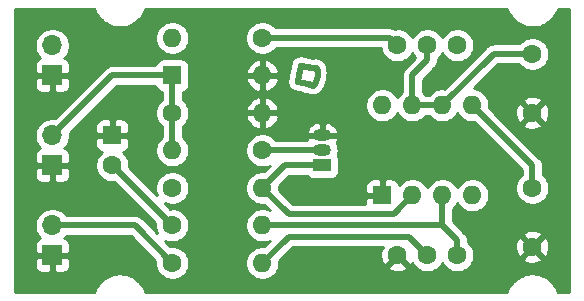
<source format=gbr>
%TF.GenerationSoftware,KiCad,Pcbnew,5.1.7-a382d34a8~88~ubuntu16.04.1*%
%TF.CreationDate,2021-06-30T18:42:57+02:00*%
%TF.ProjectId,555-piezo-trigger,3535352d-7069-4657-9a6f-2d7472696767,rev?*%
%TF.SameCoordinates,Original*%
%TF.FileFunction,Copper,L1,Top*%
%TF.FilePolarity,Positive*%
%FSLAX46Y46*%
G04 Gerber Fmt 4.6, Leading zero omitted, Abs format (unit mm)*
G04 Created by KiCad (PCBNEW 5.1.7-a382d34a8~88~ubuntu16.04.1) date 2021-06-30 18:42:57*
%MOMM*%
%LPD*%
G01*
G04 APERTURE LIST*
%TA.AperFunction,EtchedComponent*%
%ADD10C,0.010000*%
%TD*%
%TA.AperFunction,ComponentPad*%
%ADD11O,1.700000X1.700000*%
%TD*%
%TA.AperFunction,ComponentPad*%
%ADD12R,1.700000X1.700000*%
%TD*%
%TA.AperFunction,ComponentPad*%
%ADD13R,1.600000X1.600000*%
%TD*%
%TA.AperFunction,ComponentPad*%
%ADD14C,1.600000*%
%TD*%
%TA.AperFunction,ComponentPad*%
%ADD15O,1.600000X1.600000*%
%TD*%
%TA.AperFunction,ComponentPad*%
%ADD16O,1.500000X1.050000*%
%TD*%
%TA.AperFunction,ComponentPad*%
%ADD17R,1.500000X1.050000*%
%TD*%
%TA.AperFunction,Conductor*%
%ADD18C,0.500000*%
%TD*%
%TA.AperFunction,Conductor*%
%ADD19C,0.254000*%
%TD*%
%TA.AperFunction,Conductor*%
%ADD20C,0.100000*%
%TD*%
G04 APERTURE END LIST*
D10*
%TO.C,G\u002A\u002A\u002A*%
G36*
X111555431Y-70978349D02*
G01*
X111543687Y-71103983D01*
X111524518Y-71233376D01*
X111498030Y-71364949D01*
X111464330Y-71497121D01*
X111460998Y-71508815D01*
X111425596Y-71621468D01*
X111386700Y-71724327D01*
X111342703Y-71821582D01*
X111335468Y-71836138D01*
X111301584Y-71899811D01*
X111268494Y-71953532D01*
X111233584Y-72001043D01*
X111194242Y-72046085D01*
X111174818Y-72066122D01*
X111141833Y-72097793D01*
X111113338Y-72121378D01*
X111085232Y-72139984D01*
X111058358Y-72154316D01*
X111033783Y-72166147D01*
X111014717Y-72173987D01*
X110997062Y-72178658D01*
X110976719Y-72180981D01*
X110949589Y-72181775D01*
X110920774Y-72181861D01*
X110884687Y-72181609D01*
X110858754Y-72180404D01*
X110839018Y-72177569D01*
X110821524Y-72172428D01*
X110802317Y-72164306D01*
X110793248Y-72160060D01*
X110764100Y-72143673D01*
X110732229Y-72121829D01*
X110705054Y-72099704D01*
X110662862Y-72061149D01*
X110117267Y-71952969D01*
X110008521Y-71931333D01*
X109912966Y-71912157D01*
X109829923Y-71895293D01*
X109758714Y-71880595D01*
X109698661Y-71867918D01*
X109649086Y-71857114D01*
X109609310Y-71848037D01*
X109578657Y-71840540D01*
X109556447Y-71834477D01*
X109542002Y-71829702D01*
X109537403Y-71827713D01*
X109498697Y-71801758D01*
X109464534Y-71766377D01*
X109439369Y-71726256D01*
X109437888Y-71723006D01*
X109433337Y-71712596D01*
X109429427Y-71702651D01*
X109426283Y-71692339D01*
X109424029Y-71680825D01*
X109422788Y-71667274D01*
X109422684Y-71650852D01*
X109423841Y-71630724D01*
X109426382Y-71606057D01*
X109430432Y-71576016D01*
X109436114Y-71539766D01*
X109443552Y-71496474D01*
X109452870Y-71445305D01*
X109464191Y-71385424D01*
X109477640Y-71315997D01*
X109493340Y-71236190D01*
X109511415Y-71145169D01*
X109531988Y-71042098D01*
X109555184Y-70926145D01*
X109558748Y-70908333D01*
X109585694Y-70774114D01*
X109610062Y-70653657D01*
X109631875Y-70546855D01*
X109651155Y-70453601D01*
X109667926Y-70373787D01*
X109682210Y-70307307D01*
X109694030Y-70254053D01*
X109703409Y-70213917D01*
X109710369Y-70186793D01*
X109714934Y-70172573D01*
X109715169Y-70172047D01*
X109741760Y-70130827D01*
X109778597Y-70096447D01*
X109822714Y-70070789D01*
X109871147Y-70055738D01*
X109903408Y-70052536D01*
X109915414Y-70053826D01*
X109940123Y-70057694D01*
X109976405Y-70063927D01*
X110023131Y-70072315D01*
X110079172Y-70082648D01*
X110088203Y-70084344D01*
X110088203Y-70525210D01*
X110085571Y-70527624D01*
X110082037Y-70536021D01*
X110077420Y-70551208D01*
X110071542Y-70573990D01*
X110064224Y-70605175D01*
X110055284Y-70645570D01*
X110044545Y-70695980D01*
X110031826Y-70757212D01*
X110016948Y-70830074D01*
X109999731Y-70915372D01*
X109984880Y-70989472D01*
X109969080Y-71068509D01*
X109954102Y-71143463D01*
X109940175Y-71213190D01*
X109927526Y-71276544D01*
X109916386Y-71332381D01*
X109906981Y-71379556D01*
X109899540Y-71416925D01*
X109894291Y-71443343D01*
X109891463Y-71457666D01*
X109891025Y-71459955D01*
X109896086Y-71465679D01*
X109902625Y-71468403D01*
X109911460Y-71470357D01*
X109932989Y-71474827D01*
X109966064Y-71481580D01*
X110009537Y-71490387D01*
X110062261Y-71501016D01*
X110123089Y-71513236D01*
X110190872Y-71526816D01*
X110264464Y-71541525D01*
X110342716Y-71557132D01*
X110397672Y-71568074D01*
X110478679Y-71584279D01*
X110555979Y-71599913D01*
X110628400Y-71614729D01*
X110694772Y-71628478D01*
X110753922Y-71640913D01*
X110804679Y-71651786D01*
X110845873Y-71660851D01*
X110876332Y-71667858D01*
X110894885Y-71672561D01*
X110900030Y-71674278D01*
X110914882Y-71681395D01*
X110923404Y-71684442D01*
X110923478Y-71684444D01*
X110929021Y-71678310D01*
X110938681Y-71661544D01*
X110951297Y-71636602D01*
X110965709Y-71605940D01*
X110980757Y-71572014D01*
X110995280Y-71537279D01*
X111006171Y-71509418D01*
X111045813Y-71389437D01*
X111078239Y-71261038D01*
X111102707Y-71128340D01*
X111118478Y-70995463D01*
X111124813Y-70866525D01*
X111124904Y-70848404D01*
X111124743Y-70801588D01*
X111124081Y-70767076D01*
X111122502Y-70743061D01*
X111119594Y-70727736D01*
X111114939Y-70719293D01*
X111108125Y-70715926D01*
X111098736Y-70715827D01*
X111094575Y-70716252D01*
X111084026Y-70715332D01*
X111060814Y-70711852D01*
X111026113Y-70706028D01*
X110981095Y-70698075D01*
X110926934Y-70688209D01*
X110864803Y-70676644D01*
X110795875Y-70663598D01*
X110721322Y-70649284D01*
X110642318Y-70633918D01*
X110585250Y-70622702D01*
X110504211Y-70606716D01*
X110427107Y-70591522D01*
X110355074Y-70577344D01*
X110289248Y-70564404D01*
X110230765Y-70552925D01*
X110180762Y-70543131D01*
X110140373Y-70535243D01*
X110110736Y-70529485D01*
X110092987Y-70526080D01*
X110088203Y-70525210D01*
X110088203Y-70084344D01*
X110143398Y-70094713D01*
X110214678Y-70108301D01*
X110291884Y-70123201D01*
X110373885Y-70139202D01*
X110459552Y-70156092D01*
X110480006Y-70160150D01*
X111023872Y-70268186D01*
X111070516Y-70249526D01*
X111134453Y-70230718D01*
X111196894Y-70225444D01*
X111256970Y-70233140D01*
X111313811Y-70253242D01*
X111366550Y-70285186D01*
X111414316Y-70328409D01*
X111456241Y-70382347D01*
X111491455Y-70446437D01*
X111519090Y-70520114D01*
X111526023Y-70544972D01*
X111545046Y-70639784D01*
X111556217Y-70744670D01*
X111559643Y-70858051D01*
X111555431Y-70978349D01*
G37*
X111555431Y-70978349D02*
X111543687Y-71103983D01*
X111524518Y-71233376D01*
X111498030Y-71364949D01*
X111464330Y-71497121D01*
X111460998Y-71508815D01*
X111425596Y-71621468D01*
X111386700Y-71724327D01*
X111342703Y-71821582D01*
X111335468Y-71836138D01*
X111301584Y-71899811D01*
X111268494Y-71953532D01*
X111233584Y-72001043D01*
X111194242Y-72046085D01*
X111174818Y-72066122D01*
X111141833Y-72097793D01*
X111113338Y-72121378D01*
X111085232Y-72139984D01*
X111058358Y-72154316D01*
X111033783Y-72166147D01*
X111014717Y-72173987D01*
X110997062Y-72178658D01*
X110976719Y-72180981D01*
X110949589Y-72181775D01*
X110920774Y-72181861D01*
X110884687Y-72181609D01*
X110858754Y-72180404D01*
X110839018Y-72177569D01*
X110821524Y-72172428D01*
X110802317Y-72164306D01*
X110793248Y-72160060D01*
X110764100Y-72143673D01*
X110732229Y-72121829D01*
X110705054Y-72099704D01*
X110662862Y-72061149D01*
X110117267Y-71952969D01*
X110008521Y-71931333D01*
X109912966Y-71912157D01*
X109829923Y-71895293D01*
X109758714Y-71880595D01*
X109698661Y-71867918D01*
X109649086Y-71857114D01*
X109609310Y-71848037D01*
X109578657Y-71840540D01*
X109556447Y-71834477D01*
X109542002Y-71829702D01*
X109537403Y-71827713D01*
X109498697Y-71801758D01*
X109464534Y-71766377D01*
X109439369Y-71726256D01*
X109437888Y-71723006D01*
X109433337Y-71712596D01*
X109429427Y-71702651D01*
X109426283Y-71692339D01*
X109424029Y-71680825D01*
X109422788Y-71667274D01*
X109422684Y-71650852D01*
X109423841Y-71630724D01*
X109426382Y-71606057D01*
X109430432Y-71576016D01*
X109436114Y-71539766D01*
X109443552Y-71496474D01*
X109452870Y-71445305D01*
X109464191Y-71385424D01*
X109477640Y-71315997D01*
X109493340Y-71236190D01*
X109511415Y-71145169D01*
X109531988Y-71042098D01*
X109555184Y-70926145D01*
X109558748Y-70908333D01*
X109585694Y-70774114D01*
X109610062Y-70653657D01*
X109631875Y-70546855D01*
X109651155Y-70453601D01*
X109667926Y-70373787D01*
X109682210Y-70307307D01*
X109694030Y-70254053D01*
X109703409Y-70213917D01*
X109710369Y-70186793D01*
X109714934Y-70172573D01*
X109715169Y-70172047D01*
X109741760Y-70130827D01*
X109778597Y-70096447D01*
X109822714Y-70070789D01*
X109871147Y-70055738D01*
X109903408Y-70052536D01*
X109915414Y-70053826D01*
X109940123Y-70057694D01*
X109976405Y-70063927D01*
X110023131Y-70072315D01*
X110079172Y-70082648D01*
X110088203Y-70084344D01*
X110088203Y-70525210D01*
X110085571Y-70527624D01*
X110082037Y-70536021D01*
X110077420Y-70551208D01*
X110071542Y-70573990D01*
X110064224Y-70605175D01*
X110055284Y-70645570D01*
X110044545Y-70695980D01*
X110031826Y-70757212D01*
X110016948Y-70830074D01*
X109999731Y-70915372D01*
X109984880Y-70989472D01*
X109969080Y-71068509D01*
X109954102Y-71143463D01*
X109940175Y-71213190D01*
X109927526Y-71276544D01*
X109916386Y-71332381D01*
X109906981Y-71379556D01*
X109899540Y-71416925D01*
X109894291Y-71443343D01*
X109891463Y-71457666D01*
X109891025Y-71459955D01*
X109896086Y-71465679D01*
X109902625Y-71468403D01*
X109911460Y-71470357D01*
X109932989Y-71474827D01*
X109966064Y-71481580D01*
X110009537Y-71490387D01*
X110062261Y-71501016D01*
X110123089Y-71513236D01*
X110190872Y-71526816D01*
X110264464Y-71541525D01*
X110342716Y-71557132D01*
X110397672Y-71568074D01*
X110478679Y-71584279D01*
X110555979Y-71599913D01*
X110628400Y-71614729D01*
X110694772Y-71628478D01*
X110753922Y-71640913D01*
X110804679Y-71651786D01*
X110845873Y-71660851D01*
X110876332Y-71667858D01*
X110894885Y-71672561D01*
X110900030Y-71674278D01*
X110914882Y-71681395D01*
X110923404Y-71684442D01*
X110923478Y-71684444D01*
X110929021Y-71678310D01*
X110938681Y-71661544D01*
X110951297Y-71636602D01*
X110965709Y-71605940D01*
X110980757Y-71572014D01*
X110995280Y-71537279D01*
X111006171Y-71509418D01*
X111045813Y-71389437D01*
X111078239Y-71261038D01*
X111102707Y-71128340D01*
X111118478Y-70995463D01*
X111124813Y-70866525D01*
X111124904Y-70848404D01*
X111124743Y-70801588D01*
X111124081Y-70767076D01*
X111122502Y-70743061D01*
X111119594Y-70727736D01*
X111114939Y-70719293D01*
X111108125Y-70715926D01*
X111098736Y-70715827D01*
X111094575Y-70716252D01*
X111084026Y-70715332D01*
X111060814Y-70711852D01*
X111026113Y-70706028D01*
X110981095Y-70698075D01*
X110926934Y-70688209D01*
X110864803Y-70676644D01*
X110795875Y-70663598D01*
X110721322Y-70649284D01*
X110642318Y-70633918D01*
X110585250Y-70622702D01*
X110504211Y-70606716D01*
X110427107Y-70591522D01*
X110355074Y-70577344D01*
X110289248Y-70564404D01*
X110230765Y-70552925D01*
X110180762Y-70543131D01*
X110140373Y-70535243D01*
X110110736Y-70529485D01*
X110092987Y-70526080D01*
X110088203Y-70525210D01*
X110088203Y-70084344D01*
X110143398Y-70094713D01*
X110214678Y-70108301D01*
X110291884Y-70123201D01*
X110373885Y-70139202D01*
X110459552Y-70156092D01*
X110480006Y-70160150D01*
X111023872Y-70268186D01*
X111070516Y-70249526D01*
X111134453Y-70230718D01*
X111196894Y-70225444D01*
X111256970Y-70233140D01*
X111313811Y-70253242D01*
X111366550Y-70285186D01*
X111414316Y-70328409D01*
X111456241Y-70382347D01*
X111491455Y-70446437D01*
X111519090Y-70520114D01*
X111526023Y-70544972D01*
X111545046Y-70639784D01*
X111556217Y-70744670D01*
X111559643Y-70858051D01*
X111555431Y-70978349D01*
%TD*%
D11*
%TO.P,J3,1*%
%TO.N,Net-(J3-Pad1)*%
X88900000Y-83820000D03*
D12*
%TO.P,J3,2*%
%TO.N,GND*%
X88900000Y-86360000D03*
%TD*%
D11*
%TO.P,J1,1*%
%TO.N,+12V*%
X88900000Y-68580000D03*
D12*
%TO.P,J1,2*%
%TO.N,GND*%
X88900000Y-71120000D03*
%TD*%
D11*
%TO.P,J2,1*%
%TO.N,Net-(D1-Pad1)*%
X88900000Y-76200000D03*
D12*
%TO.P,J2,2*%
%TO.N,GND*%
X88900000Y-78740000D03*
%TD*%
D13*
%TO.P,D2,1*%
%TO.N,GND*%
X93980000Y-76200000D03*
D14*
%TO.P,D2,2*%
%TO.N,Net-(D2-Pad2)*%
X93980000Y-78740000D03*
%TD*%
%TO.P,C1,2*%
%TO.N,GND*%
X129540000Y-74295000D03*
%TO.P,C1,1*%
%TO.N,Net-(C1-Pad1)*%
X129540000Y-69295000D03*
%TD*%
%TO.P,C2,1*%
%TO.N,Net-(C2-Pad1)*%
X129540000Y-80645000D03*
%TO.P,C2,2*%
%TO.N,GND*%
X129540000Y-85645000D03*
%TD*%
D13*
%TO.P,D1,1*%
%TO.N,Net-(D1-Pad1)*%
X99060000Y-71120000D03*
D15*
%TO.P,D1,2*%
%TO.N,GND*%
X106680000Y-71120000D03*
%TD*%
D16*
%TO.P,Q1,2*%
%TO.N,Net-(Q1-Pad2)*%
X111760000Y-77470000D03*
%TO.P,Q1,3*%
%TO.N,GND*%
X111760000Y-76200000D03*
D17*
%TO.P,Q1,1*%
%TO.N,Net-(Q1-Pad1)*%
X111760000Y-78740000D03*
%TD*%
D15*
%TO.P,R4,2*%
%TO.N,Net-(Q1-Pad1)*%
X106680000Y-80645000D03*
D14*
%TO.P,R4,1*%
%TO.N,+12V*%
X99060000Y-80645000D03*
%TD*%
%TO.P,R5,1*%
%TO.N,Net-(D2-Pad2)*%
X99060000Y-83820000D03*
D15*
%TO.P,R5,2*%
%TO.N,Net-(R5-Pad2)*%
X106680000Y-83820000D03*
%TD*%
%TO.P,R2,2*%
%TO.N,GND*%
X106680000Y-74295000D03*
D14*
%TO.P,R2,1*%
%TO.N,Net-(D1-Pad1)*%
X99060000Y-74295000D03*
%TD*%
%TO.P,RV1,1*%
%TO.N,Net-(R1-Pad1)*%
X118110000Y-68580000D03*
%TO.P,RV1,2*%
%TO.N,Net-(C1-Pad1)*%
X120650000Y-68580000D03*
%TO.P,RV1,3*%
%TO.N,Net-(RV1-Pad3)*%
X123190000Y-68580000D03*
%TD*%
%TO.P,RV2,3*%
%TO.N,GND*%
X118110000Y-86360000D03*
%TO.P,RV2,2*%
%TO.N,Net-(R6-Pad2)*%
X120650000Y-86360000D03*
%TO.P,RV2,1*%
%TO.N,Net-(R5-Pad2)*%
X123190000Y-86360000D03*
%TD*%
D13*
%TO.P,U1,1*%
%TO.N,GND*%
X116840000Y-81280000D03*
D15*
%TO.P,U1,5*%
%TO.N,Net-(C2-Pad1)*%
X124460000Y-73660000D03*
%TO.P,U1,2*%
%TO.N,Net-(Q1-Pad1)*%
X119380000Y-81280000D03*
%TO.P,U1,6*%
%TO.N,Net-(C1-Pad1)*%
X121920000Y-73660000D03*
%TO.P,U1,3*%
%TO.N,Net-(R5-Pad2)*%
X121920000Y-81280000D03*
%TO.P,U1,7*%
%TO.N,Net-(C1-Pad1)*%
X119380000Y-73660000D03*
%TO.P,U1,4*%
%TO.N,+12V*%
X124460000Y-81280000D03*
%TO.P,U1,8*%
X116840000Y-73660000D03*
%TD*%
D14*
%TO.P,R3,1*%
%TO.N,Net-(Q1-Pad2)*%
X106680000Y-77470000D03*
D15*
%TO.P,R3,2*%
%TO.N,Net-(D1-Pad1)*%
X99060000Y-77470000D03*
%TD*%
D14*
%TO.P,R1,1*%
%TO.N,Net-(R1-Pad1)*%
X106680000Y-67945000D03*
D15*
%TO.P,R1,2*%
%TO.N,+12V*%
X99060000Y-67945000D03*
%TD*%
%TO.P,R6,2*%
%TO.N,Net-(R6-Pad2)*%
X106680000Y-86995000D03*
D14*
%TO.P,R6,1*%
%TO.N,Net-(J3-Pad1)*%
X99060000Y-86995000D03*
%TD*%
D18*
%TO.N,Net-(C1-Pad1)*%
X120650000Y-68580000D02*
X120650000Y-69850000D01*
X120650000Y-69850000D02*
X119380000Y-71120000D01*
X119380000Y-71120000D02*
X119380000Y-73660000D01*
X121920000Y-73660000D02*
X119380000Y-73660000D01*
X126285000Y-69295000D02*
X129540000Y-69295000D01*
X121920000Y-73660000D02*
X126285000Y-69295000D01*
%TO.N,Net-(C2-Pad1)*%
X129540000Y-78740000D02*
X129540000Y-80645000D01*
X124460000Y-73660000D02*
X129540000Y-78740000D01*
%TO.N,Net-(D1-Pad1)*%
X99060000Y-74295000D02*
X99060000Y-71120000D01*
X99060000Y-77470000D02*
X99060000Y-74295000D01*
X93980000Y-71120000D02*
X88900000Y-76200000D01*
X99060000Y-71120000D02*
X93980000Y-71120000D01*
%TO.N,Net-(J3-Pad1)*%
X99060000Y-86995000D02*
X95885000Y-83820000D01*
X95885000Y-83820000D02*
X88900000Y-83820000D01*
%TO.N,Net-(Q1-Pad1)*%
X119380000Y-81280000D02*
X117792500Y-82867500D01*
X106680000Y-80645000D02*
X108902500Y-82867500D01*
X117792500Y-82867500D02*
X108902500Y-82867500D01*
X108585000Y-78740000D02*
X106680000Y-80645000D01*
X111760000Y-78740000D02*
X108585000Y-78740000D01*
%TO.N,Net-(Q1-Pad2)*%
X111760000Y-77470000D02*
X106680000Y-77470000D01*
%TO.N,Net-(R5-Pad2)*%
X123190000Y-86360000D02*
X123190000Y-85090000D01*
X123190000Y-85090000D02*
X121920000Y-83820000D01*
X121920000Y-83820000D02*
X121920000Y-81280000D01*
X106680000Y-83820000D02*
X121920000Y-83820000D01*
%TO.N,Net-(D2-Pad2)*%
X99060000Y-83820000D02*
X93980000Y-78740000D01*
%TO.N,Net-(R6-Pad2)*%
X106680000Y-86995000D02*
X108902500Y-84772500D01*
X120650000Y-86360000D02*
X119062500Y-84772500D01*
X119062500Y-84772500D02*
X108902500Y-84772500D01*
%TO.N,Net-(R1-Pad1)*%
X117475000Y-67945000D02*
X118110000Y-68580000D01*
X106680000Y-67945000D02*
X117475000Y-67945000D01*
%TD*%
D19*
%TO.N,GND*%
X92491447Y-65607430D02*
X92515905Y-65664494D01*
X92539564Y-65721895D01*
X92544113Y-65730308D01*
X92694548Y-66003948D01*
X92729615Y-66055163D01*
X92763982Y-66106888D01*
X92770078Y-66114258D01*
X92970800Y-66353467D01*
X93015157Y-66396905D01*
X93058903Y-66440957D01*
X93066315Y-66447002D01*
X93309674Y-66642669D01*
X93361651Y-66676682D01*
X93413097Y-66711382D01*
X93421541Y-66715872D01*
X93698271Y-66860544D01*
X93755843Y-66883804D01*
X93813068Y-66907859D01*
X93822224Y-66910624D01*
X94121785Y-66998790D01*
X94182802Y-67010430D01*
X94243589Y-67022907D01*
X94253104Y-67023841D01*
X94253108Y-67023841D01*
X94564087Y-67052142D01*
X94626137Y-67051708D01*
X94688254Y-67052142D01*
X94697773Y-67051208D01*
X95008328Y-67018567D01*
X95069135Y-67006085D01*
X95130128Y-66994450D01*
X95139284Y-66991686D01*
X95437585Y-66899347D01*
X95494851Y-66875275D01*
X95552383Y-66852030D01*
X95560823Y-66847542D01*
X95560828Y-66847540D01*
X95560832Y-66847537D01*
X95835512Y-66699019D01*
X95886984Y-66664301D01*
X95938933Y-66630306D01*
X95946345Y-66624262D01*
X96186949Y-66425216D01*
X96230696Y-66381162D01*
X96275054Y-66337724D01*
X96281150Y-66330355D01*
X96478511Y-66088366D01*
X96512888Y-66036625D01*
X96547943Y-65985428D01*
X96552489Y-65977020D01*
X96552494Y-65977013D01*
X96552497Y-65977005D01*
X96699093Y-65701302D01*
X96722757Y-65643889D01*
X96747210Y-65586835D01*
X96750036Y-65577706D01*
X96750038Y-65577700D01*
X96750039Y-65577694D01*
X96787083Y-65455000D01*
X127368094Y-65455000D01*
X127416447Y-65607430D01*
X127440905Y-65664494D01*
X127464564Y-65721895D01*
X127469113Y-65730308D01*
X127619548Y-66003948D01*
X127654615Y-66055163D01*
X127688982Y-66106888D01*
X127695078Y-66114258D01*
X127895800Y-66353467D01*
X127940157Y-66396905D01*
X127983903Y-66440957D01*
X127991315Y-66447002D01*
X128234674Y-66642669D01*
X128286651Y-66676682D01*
X128338097Y-66711382D01*
X128346541Y-66715872D01*
X128623271Y-66860544D01*
X128680843Y-66883804D01*
X128738068Y-66907859D01*
X128747224Y-66910624D01*
X129046785Y-66998790D01*
X129107802Y-67010430D01*
X129168589Y-67022907D01*
X129178104Y-67023841D01*
X129178108Y-67023841D01*
X129489087Y-67052142D01*
X129551137Y-67051708D01*
X129613254Y-67052142D01*
X129622773Y-67051208D01*
X129933328Y-67018567D01*
X129994135Y-67006085D01*
X130055128Y-66994450D01*
X130064284Y-66991686D01*
X130362585Y-66899347D01*
X130419851Y-66875275D01*
X130477383Y-66852030D01*
X130485823Y-66847542D01*
X130485828Y-66847540D01*
X130485832Y-66847537D01*
X130760512Y-66699019D01*
X130811984Y-66664301D01*
X130863933Y-66630306D01*
X130871345Y-66624262D01*
X131111949Y-66425216D01*
X131155696Y-66381162D01*
X131200054Y-66337724D01*
X131206150Y-66330355D01*
X131403511Y-66088366D01*
X131437888Y-66036625D01*
X131472943Y-65985428D01*
X131477489Y-65977020D01*
X131477494Y-65977013D01*
X131477497Y-65977005D01*
X131624093Y-65701302D01*
X131647757Y-65643889D01*
X131672210Y-65586835D01*
X131675036Y-65577706D01*
X131675038Y-65577700D01*
X131675039Y-65577694D01*
X131712083Y-65455000D01*
X132665000Y-65455000D01*
X132665001Y-89485000D01*
X131711906Y-89485000D01*
X131663553Y-89332571D01*
X131639101Y-89275520D01*
X131615436Y-89218105D01*
X131610887Y-89209691D01*
X131460452Y-88936052D01*
X131425385Y-88884837D01*
X131391018Y-88833112D01*
X131384922Y-88825743D01*
X131184201Y-88586533D01*
X131139824Y-88543076D01*
X131096097Y-88499043D01*
X131088685Y-88492998D01*
X130845325Y-88297331D01*
X130793384Y-88263342D01*
X130741904Y-88228618D01*
X130733459Y-88224128D01*
X130456729Y-88079457D01*
X130399190Y-88056210D01*
X130341932Y-88032141D01*
X130332776Y-88029376D01*
X130033215Y-87941210D01*
X129972198Y-87929570D01*
X129911411Y-87917093D01*
X129901896Y-87916159D01*
X129901892Y-87916159D01*
X129590912Y-87887858D01*
X129528862Y-87888292D01*
X129466746Y-87887858D01*
X129457228Y-87888792D01*
X129457226Y-87888792D01*
X129146672Y-87921433D01*
X129085871Y-87933914D01*
X129024872Y-87945550D01*
X129015716Y-87948314D01*
X128717416Y-88040653D01*
X128660162Y-88064721D01*
X128602618Y-88087970D01*
X128594173Y-88092459D01*
X128319489Y-88240981D01*
X128268017Y-88275699D01*
X128216068Y-88309694D01*
X128208656Y-88315738D01*
X127968051Y-88514783D01*
X127924301Y-88558840D01*
X127879946Y-88602276D01*
X127873850Y-88609645D01*
X127676489Y-88851634D01*
X127642124Y-88903357D01*
X127607057Y-88954571D01*
X127602508Y-88962984D01*
X127455908Y-89238698D01*
X127432258Y-89296076D01*
X127407790Y-89353166D01*
X127404962Y-89362302D01*
X127367918Y-89485000D01*
X96786906Y-89485000D01*
X96738553Y-89332571D01*
X96714101Y-89275520D01*
X96690436Y-89218105D01*
X96685887Y-89209691D01*
X96535452Y-88936052D01*
X96500385Y-88884837D01*
X96466018Y-88833112D01*
X96459922Y-88825743D01*
X96259201Y-88586533D01*
X96214824Y-88543076D01*
X96171097Y-88499043D01*
X96163685Y-88492998D01*
X95920325Y-88297331D01*
X95868384Y-88263342D01*
X95816904Y-88228618D01*
X95808459Y-88224128D01*
X95531729Y-88079457D01*
X95474190Y-88056210D01*
X95416932Y-88032141D01*
X95407776Y-88029376D01*
X95108215Y-87941210D01*
X95047198Y-87929570D01*
X94986411Y-87917093D01*
X94976896Y-87916159D01*
X94976892Y-87916159D01*
X94665912Y-87887858D01*
X94603862Y-87888292D01*
X94541746Y-87887858D01*
X94532228Y-87888792D01*
X94532226Y-87888792D01*
X94221672Y-87921433D01*
X94160871Y-87933914D01*
X94099872Y-87945550D01*
X94090716Y-87948314D01*
X93792416Y-88040653D01*
X93735162Y-88064721D01*
X93677618Y-88087970D01*
X93669173Y-88092459D01*
X93394489Y-88240981D01*
X93343017Y-88275699D01*
X93291068Y-88309694D01*
X93283656Y-88315738D01*
X93043051Y-88514783D01*
X92999301Y-88558840D01*
X92954946Y-88602276D01*
X92948850Y-88609645D01*
X92751489Y-88851634D01*
X92717124Y-88903357D01*
X92682057Y-88954571D01*
X92677508Y-88962984D01*
X92530908Y-89238698D01*
X92507258Y-89296076D01*
X92482790Y-89353166D01*
X92479962Y-89362302D01*
X92442918Y-89485000D01*
X85775000Y-89485000D01*
X85775000Y-87210000D01*
X87411928Y-87210000D01*
X87424188Y-87334482D01*
X87460498Y-87454180D01*
X87519463Y-87564494D01*
X87598815Y-87661185D01*
X87695506Y-87740537D01*
X87805820Y-87799502D01*
X87925518Y-87835812D01*
X88050000Y-87848072D01*
X88614250Y-87845000D01*
X88773000Y-87686250D01*
X88773000Y-86487000D01*
X89027000Y-86487000D01*
X89027000Y-87686250D01*
X89185750Y-87845000D01*
X89750000Y-87848072D01*
X89874482Y-87835812D01*
X89994180Y-87799502D01*
X90104494Y-87740537D01*
X90201185Y-87661185D01*
X90280537Y-87564494D01*
X90339502Y-87454180D01*
X90375812Y-87334482D01*
X90388072Y-87210000D01*
X90385000Y-86645750D01*
X90226250Y-86487000D01*
X89027000Y-86487000D01*
X88773000Y-86487000D01*
X87573750Y-86487000D01*
X87415000Y-86645750D01*
X87411928Y-87210000D01*
X85775000Y-87210000D01*
X85775000Y-85510000D01*
X87411928Y-85510000D01*
X87415000Y-86074250D01*
X87573750Y-86233000D01*
X88773000Y-86233000D01*
X88773000Y-86213000D01*
X89027000Y-86213000D01*
X89027000Y-86233000D01*
X90226250Y-86233000D01*
X90385000Y-86074250D01*
X90388072Y-85510000D01*
X90375812Y-85385518D01*
X90339502Y-85265820D01*
X90280537Y-85155506D01*
X90201185Y-85058815D01*
X90104494Y-84979463D01*
X89994180Y-84920498D01*
X89921620Y-84898487D01*
X90053475Y-84766632D01*
X90094656Y-84705000D01*
X95518422Y-84705000D01*
X97631983Y-86818561D01*
X97625000Y-86853665D01*
X97625000Y-87136335D01*
X97680147Y-87413574D01*
X97788320Y-87674727D01*
X97945363Y-87909759D01*
X98145241Y-88109637D01*
X98380273Y-88266680D01*
X98641426Y-88374853D01*
X98918665Y-88430000D01*
X99201335Y-88430000D01*
X99478574Y-88374853D01*
X99739727Y-88266680D01*
X99974759Y-88109637D01*
X100174637Y-87909759D01*
X100331680Y-87674727D01*
X100439853Y-87413574D01*
X100495000Y-87136335D01*
X100495000Y-86853665D01*
X100439853Y-86576426D01*
X100331680Y-86315273D01*
X100174637Y-86080241D01*
X99974759Y-85880363D01*
X99739727Y-85723320D01*
X99478574Y-85615147D01*
X99201335Y-85560000D01*
X98918665Y-85560000D01*
X98883561Y-85566983D01*
X98428047Y-85111469D01*
X98641426Y-85199853D01*
X98918665Y-85255000D01*
X99201335Y-85255000D01*
X99478574Y-85199853D01*
X99739727Y-85091680D01*
X99974759Y-84934637D01*
X100174637Y-84734759D01*
X100331680Y-84499727D01*
X100439853Y-84238574D01*
X100495000Y-83961335D01*
X100495000Y-83678665D01*
X100439853Y-83401426D01*
X100331680Y-83140273D01*
X100174637Y-82905241D01*
X99974759Y-82705363D01*
X99739727Y-82548320D01*
X99478574Y-82440147D01*
X99201335Y-82385000D01*
X98918665Y-82385000D01*
X98883561Y-82391983D01*
X98428048Y-81936469D01*
X98641426Y-82024853D01*
X98918665Y-82080000D01*
X99201335Y-82080000D01*
X99478574Y-82024853D01*
X99739727Y-81916680D01*
X99974759Y-81759637D01*
X100174637Y-81559759D01*
X100331680Y-81324727D01*
X100439853Y-81063574D01*
X100495000Y-80786335D01*
X100495000Y-80503665D01*
X100439853Y-80226426D01*
X100331680Y-79965273D01*
X100174637Y-79730241D01*
X99974759Y-79530363D01*
X99739727Y-79373320D01*
X99478574Y-79265147D01*
X99201335Y-79210000D01*
X98918665Y-79210000D01*
X98641426Y-79265147D01*
X98380273Y-79373320D01*
X98145241Y-79530363D01*
X97945363Y-79730241D01*
X97788320Y-79965273D01*
X97680147Y-80226426D01*
X97625000Y-80503665D01*
X97625000Y-80786335D01*
X97680147Y-81063574D01*
X97768531Y-81276953D01*
X95408017Y-78916439D01*
X95415000Y-78881335D01*
X95415000Y-78598665D01*
X95359853Y-78321426D01*
X95251680Y-78060273D01*
X95094637Y-77825241D01*
X94896039Y-77626643D01*
X94904482Y-77625812D01*
X95024180Y-77589502D01*
X95134494Y-77530537D01*
X95231185Y-77451185D01*
X95310537Y-77354494D01*
X95369502Y-77244180D01*
X95405812Y-77124482D01*
X95418072Y-77000000D01*
X95415000Y-76485750D01*
X95256250Y-76327000D01*
X94107000Y-76327000D01*
X94107000Y-76347000D01*
X93853000Y-76347000D01*
X93853000Y-76327000D01*
X92703750Y-76327000D01*
X92545000Y-76485750D01*
X92541928Y-77000000D01*
X92554188Y-77124482D01*
X92590498Y-77244180D01*
X92649463Y-77354494D01*
X92728815Y-77451185D01*
X92825506Y-77530537D01*
X92935820Y-77589502D01*
X93055518Y-77625812D01*
X93063961Y-77626643D01*
X92865363Y-77825241D01*
X92708320Y-78060273D01*
X92600147Y-78321426D01*
X92545000Y-78598665D01*
X92545000Y-78881335D01*
X92600147Y-79158574D01*
X92708320Y-79419727D01*
X92865363Y-79654759D01*
X93065241Y-79854637D01*
X93300273Y-80011680D01*
X93561426Y-80119853D01*
X93838665Y-80175000D01*
X94121335Y-80175000D01*
X94156439Y-80168017D01*
X97631983Y-83643561D01*
X97625000Y-83678665D01*
X97625000Y-83961335D01*
X97680147Y-84238574D01*
X97768531Y-84451953D01*
X96541534Y-83224956D01*
X96513817Y-83191183D01*
X96379059Y-83080589D01*
X96225313Y-82998411D01*
X96058490Y-82947805D01*
X95928477Y-82935000D01*
X95928469Y-82935000D01*
X95885000Y-82930719D01*
X95841531Y-82935000D01*
X90094656Y-82935000D01*
X90053475Y-82873368D01*
X89846632Y-82666525D01*
X89603411Y-82504010D01*
X89333158Y-82392068D01*
X89046260Y-82335000D01*
X88753740Y-82335000D01*
X88466842Y-82392068D01*
X88196589Y-82504010D01*
X87953368Y-82666525D01*
X87746525Y-82873368D01*
X87584010Y-83116589D01*
X87472068Y-83386842D01*
X87415000Y-83673740D01*
X87415000Y-83966260D01*
X87472068Y-84253158D01*
X87584010Y-84523411D01*
X87746525Y-84766632D01*
X87878380Y-84898487D01*
X87805820Y-84920498D01*
X87695506Y-84979463D01*
X87598815Y-85058815D01*
X87519463Y-85155506D01*
X87460498Y-85265820D01*
X87424188Y-85385518D01*
X87411928Y-85510000D01*
X85775000Y-85510000D01*
X85775000Y-79590000D01*
X87411928Y-79590000D01*
X87424188Y-79714482D01*
X87460498Y-79834180D01*
X87519463Y-79944494D01*
X87598815Y-80041185D01*
X87695506Y-80120537D01*
X87805820Y-80179502D01*
X87925518Y-80215812D01*
X88050000Y-80228072D01*
X88614250Y-80225000D01*
X88773000Y-80066250D01*
X88773000Y-78867000D01*
X89027000Y-78867000D01*
X89027000Y-80066250D01*
X89185750Y-80225000D01*
X89750000Y-80228072D01*
X89874482Y-80215812D01*
X89994180Y-80179502D01*
X90104494Y-80120537D01*
X90201185Y-80041185D01*
X90280537Y-79944494D01*
X90339502Y-79834180D01*
X90375812Y-79714482D01*
X90388072Y-79590000D01*
X90385000Y-79025750D01*
X90226250Y-78867000D01*
X89027000Y-78867000D01*
X88773000Y-78867000D01*
X87573750Y-78867000D01*
X87415000Y-79025750D01*
X87411928Y-79590000D01*
X85775000Y-79590000D01*
X85775000Y-77890000D01*
X87411928Y-77890000D01*
X87415000Y-78454250D01*
X87573750Y-78613000D01*
X88773000Y-78613000D01*
X88773000Y-78593000D01*
X89027000Y-78593000D01*
X89027000Y-78613000D01*
X90226250Y-78613000D01*
X90385000Y-78454250D01*
X90388072Y-77890000D01*
X90375812Y-77765518D01*
X90339502Y-77645820D01*
X90280537Y-77535506D01*
X90201185Y-77438815D01*
X90104494Y-77359463D01*
X89994180Y-77300498D01*
X89921620Y-77278487D01*
X90053475Y-77146632D01*
X90215990Y-76903411D01*
X90327932Y-76633158D01*
X90385000Y-76346260D01*
X90385000Y-76053740D01*
X90370539Y-75981039D01*
X90951578Y-75400000D01*
X92541928Y-75400000D01*
X92545000Y-75914250D01*
X92703750Y-76073000D01*
X93853000Y-76073000D01*
X93853000Y-74923750D01*
X94107000Y-74923750D01*
X94107000Y-76073000D01*
X95256250Y-76073000D01*
X95415000Y-75914250D01*
X95418072Y-75400000D01*
X95405812Y-75275518D01*
X95369502Y-75155820D01*
X95310537Y-75045506D01*
X95231185Y-74948815D01*
X95134494Y-74869463D01*
X95024180Y-74810498D01*
X94904482Y-74774188D01*
X94780000Y-74761928D01*
X94265750Y-74765000D01*
X94107000Y-74923750D01*
X93853000Y-74923750D01*
X93694250Y-74765000D01*
X93180000Y-74761928D01*
X93055518Y-74774188D01*
X92935820Y-74810498D01*
X92825506Y-74869463D01*
X92728815Y-74948815D01*
X92649463Y-75045506D01*
X92590498Y-75155820D01*
X92554188Y-75275518D01*
X92541928Y-75400000D01*
X90951578Y-75400000D01*
X94346579Y-72005000D01*
X97630299Y-72005000D01*
X97634188Y-72044482D01*
X97670498Y-72164180D01*
X97729463Y-72274494D01*
X97808815Y-72371185D01*
X97905506Y-72450537D01*
X98015820Y-72509502D01*
X98135518Y-72545812D01*
X98175001Y-72549701D01*
X98175000Y-73160478D01*
X98145241Y-73180363D01*
X97945363Y-73380241D01*
X97788320Y-73615273D01*
X97680147Y-73876426D01*
X97625000Y-74153665D01*
X97625000Y-74436335D01*
X97680147Y-74713574D01*
X97788320Y-74974727D01*
X97945363Y-75209759D01*
X98145241Y-75409637D01*
X98175001Y-75429522D01*
X98175000Y-76335478D01*
X98145241Y-76355363D01*
X97945363Y-76555241D01*
X97788320Y-76790273D01*
X97680147Y-77051426D01*
X97625000Y-77328665D01*
X97625000Y-77611335D01*
X97680147Y-77888574D01*
X97788320Y-78149727D01*
X97945363Y-78384759D01*
X98145241Y-78584637D01*
X98380273Y-78741680D01*
X98641426Y-78849853D01*
X98918665Y-78905000D01*
X99201335Y-78905000D01*
X99478574Y-78849853D01*
X99739727Y-78741680D01*
X99974759Y-78584637D01*
X100174637Y-78384759D01*
X100331680Y-78149727D01*
X100439853Y-77888574D01*
X100495000Y-77611335D01*
X100495000Y-77328665D01*
X105245000Y-77328665D01*
X105245000Y-77611335D01*
X105300147Y-77888574D01*
X105408320Y-78149727D01*
X105565363Y-78384759D01*
X105765241Y-78584637D01*
X106000273Y-78741680D01*
X106261426Y-78849853D01*
X106538665Y-78905000D01*
X106821335Y-78905000D01*
X107098574Y-78849853D01*
X107311953Y-78761469D01*
X106856439Y-79216983D01*
X106821335Y-79210000D01*
X106538665Y-79210000D01*
X106261426Y-79265147D01*
X106000273Y-79373320D01*
X105765241Y-79530363D01*
X105565363Y-79730241D01*
X105408320Y-79965273D01*
X105300147Y-80226426D01*
X105245000Y-80503665D01*
X105245000Y-80786335D01*
X105300147Y-81063574D01*
X105408320Y-81324727D01*
X105565363Y-81559759D01*
X105765241Y-81759637D01*
X106000273Y-81916680D01*
X106261426Y-82024853D01*
X106538665Y-82080000D01*
X106821335Y-82080000D01*
X106856439Y-82073017D01*
X107311953Y-82528531D01*
X107098574Y-82440147D01*
X106821335Y-82385000D01*
X106538665Y-82385000D01*
X106261426Y-82440147D01*
X106000273Y-82548320D01*
X105765241Y-82705363D01*
X105565363Y-82905241D01*
X105408320Y-83140273D01*
X105300147Y-83401426D01*
X105245000Y-83678665D01*
X105245000Y-83961335D01*
X105300147Y-84238574D01*
X105408320Y-84499727D01*
X105565363Y-84734759D01*
X105765241Y-84934637D01*
X106000273Y-85091680D01*
X106261426Y-85199853D01*
X106538665Y-85255000D01*
X106821335Y-85255000D01*
X107098574Y-85199853D01*
X107311953Y-85111469D01*
X106856439Y-85566983D01*
X106821335Y-85560000D01*
X106538665Y-85560000D01*
X106261426Y-85615147D01*
X106000273Y-85723320D01*
X105765241Y-85880363D01*
X105565363Y-86080241D01*
X105408320Y-86315273D01*
X105300147Y-86576426D01*
X105245000Y-86853665D01*
X105245000Y-87136335D01*
X105300147Y-87413574D01*
X105408320Y-87674727D01*
X105565363Y-87909759D01*
X105765241Y-88109637D01*
X106000273Y-88266680D01*
X106261426Y-88374853D01*
X106538665Y-88430000D01*
X106821335Y-88430000D01*
X107098574Y-88374853D01*
X107359727Y-88266680D01*
X107594759Y-88109637D01*
X107794637Y-87909759D01*
X107951680Y-87674727D01*
X108059853Y-87413574D01*
X108071961Y-87352702D01*
X117296903Y-87352702D01*
X117368486Y-87596671D01*
X117623996Y-87717571D01*
X117898184Y-87786300D01*
X118180512Y-87800217D01*
X118460130Y-87758787D01*
X118726292Y-87663603D01*
X118851514Y-87596671D01*
X118923097Y-87352702D01*
X118110000Y-86539605D01*
X117296903Y-87352702D01*
X108071961Y-87352702D01*
X108115000Y-87136335D01*
X108115000Y-86853665D01*
X108108017Y-86818561D01*
X109269079Y-85657500D01*
X116854869Y-85657500D01*
X116752429Y-85873996D01*
X116683700Y-86148184D01*
X116669783Y-86430512D01*
X116711213Y-86710130D01*
X116806397Y-86976292D01*
X116873329Y-87101514D01*
X117117298Y-87173097D01*
X117930395Y-86360000D01*
X117916253Y-86345858D01*
X118095858Y-86166253D01*
X118110000Y-86180395D01*
X118124143Y-86166253D01*
X118303748Y-86345858D01*
X118289605Y-86360000D01*
X119102702Y-87173097D01*
X119346671Y-87101514D01*
X119377194Y-87037008D01*
X119378320Y-87039727D01*
X119535363Y-87274759D01*
X119735241Y-87474637D01*
X119970273Y-87631680D01*
X120231426Y-87739853D01*
X120508665Y-87795000D01*
X120791335Y-87795000D01*
X121068574Y-87739853D01*
X121329727Y-87631680D01*
X121564759Y-87474637D01*
X121764637Y-87274759D01*
X121920000Y-87042241D01*
X122075363Y-87274759D01*
X122275241Y-87474637D01*
X122510273Y-87631680D01*
X122771426Y-87739853D01*
X123048665Y-87795000D01*
X123331335Y-87795000D01*
X123608574Y-87739853D01*
X123869727Y-87631680D01*
X124104759Y-87474637D01*
X124304637Y-87274759D01*
X124461680Y-87039727D01*
X124569853Y-86778574D01*
X124597874Y-86637702D01*
X128726903Y-86637702D01*
X128798486Y-86881671D01*
X129053996Y-87002571D01*
X129328184Y-87071300D01*
X129610512Y-87085217D01*
X129890130Y-87043787D01*
X130156292Y-86948603D01*
X130281514Y-86881671D01*
X130353097Y-86637702D01*
X129540000Y-85824605D01*
X128726903Y-86637702D01*
X124597874Y-86637702D01*
X124625000Y-86501335D01*
X124625000Y-86218665D01*
X124569853Y-85941426D01*
X124476277Y-85715512D01*
X128099783Y-85715512D01*
X128141213Y-85995130D01*
X128236397Y-86261292D01*
X128303329Y-86386514D01*
X128547298Y-86458097D01*
X129360395Y-85645000D01*
X129719605Y-85645000D01*
X130532702Y-86458097D01*
X130776671Y-86386514D01*
X130897571Y-86131004D01*
X130966300Y-85856816D01*
X130980217Y-85574488D01*
X130938787Y-85294870D01*
X130843603Y-85028708D01*
X130776671Y-84903486D01*
X130532702Y-84831903D01*
X129719605Y-85645000D01*
X129360395Y-85645000D01*
X128547298Y-84831903D01*
X128303329Y-84903486D01*
X128182429Y-85158996D01*
X128113700Y-85433184D01*
X128099783Y-85715512D01*
X124476277Y-85715512D01*
X124461680Y-85680273D01*
X124304637Y-85445241D01*
X124104759Y-85245363D01*
X124075000Y-85225479D01*
X124075000Y-85133465D01*
X124079281Y-85089999D01*
X124075000Y-85046533D01*
X124075000Y-85046523D01*
X124062195Y-84916510D01*
X124011589Y-84749687D01*
X123959535Y-84652298D01*
X128726903Y-84652298D01*
X129540000Y-85465395D01*
X130353097Y-84652298D01*
X130281514Y-84408329D01*
X130026004Y-84287429D01*
X129751816Y-84218700D01*
X129469488Y-84204783D01*
X129189870Y-84246213D01*
X128923708Y-84341397D01*
X128798486Y-84408329D01*
X128726903Y-84652298D01*
X123959535Y-84652298D01*
X123929411Y-84595941D01*
X123818817Y-84461183D01*
X123785049Y-84433470D01*
X122805000Y-83453422D01*
X122805000Y-82414521D01*
X122834759Y-82394637D01*
X123034637Y-82194759D01*
X123190000Y-81962241D01*
X123345363Y-82194759D01*
X123545241Y-82394637D01*
X123780273Y-82551680D01*
X124041426Y-82659853D01*
X124318665Y-82715000D01*
X124601335Y-82715000D01*
X124878574Y-82659853D01*
X125139727Y-82551680D01*
X125374759Y-82394637D01*
X125574637Y-82194759D01*
X125731680Y-81959727D01*
X125839853Y-81698574D01*
X125895000Y-81421335D01*
X125895000Y-81138665D01*
X125839853Y-80861426D01*
X125731680Y-80600273D01*
X125574637Y-80365241D01*
X125374759Y-80165363D01*
X125139727Y-80008320D01*
X124878574Y-79900147D01*
X124601335Y-79845000D01*
X124318665Y-79845000D01*
X124041426Y-79900147D01*
X123780273Y-80008320D01*
X123545241Y-80165363D01*
X123345363Y-80365241D01*
X123190000Y-80597759D01*
X123034637Y-80365241D01*
X122834759Y-80165363D01*
X122599727Y-80008320D01*
X122338574Y-79900147D01*
X122061335Y-79845000D01*
X121778665Y-79845000D01*
X121501426Y-79900147D01*
X121240273Y-80008320D01*
X121005241Y-80165363D01*
X120805363Y-80365241D01*
X120650000Y-80597759D01*
X120494637Y-80365241D01*
X120294759Y-80165363D01*
X120059727Y-80008320D01*
X119798574Y-79900147D01*
X119521335Y-79845000D01*
X119238665Y-79845000D01*
X118961426Y-79900147D01*
X118700273Y-80008320D01*
X118465241Y-80165363D01*
X118266643Y-80363961D01*
X118265812Y-80355518D01*
X118229502Y-80235820D01*
X118170537Y-80125506D01*
X118091185Y-80028815D01*
X117994494Y-79949463D01*
X117884180Y-79890498D01*
X117764482Y-79854188D01*
X117640000Y-79841928D01*
X117125750Y-79845000D01*
X116967000Y-80003750D01*
X116967000Y-81153000D01*
X116987000Y-81153000D01*
X116987000Y-81407000D01*
X116967000Y-81407000D01*
X116967000Y-81427000D01*
X116713000Y-81427000D01*
X116713000Y-81407000D01*
X115563750Y-81407000D01*
X115405000Y-81565750D01*
X115402510Y-81982500D01*
X109269079Y-81982500D01*
X108108017Y-80821439D01*
X108115000Y-80786335D01*
X108115000Y-80503665D01*
X108110293Y-80480000D01*
X115401928Y-80480000D01*
X115405000Y-80994250D01*
X115563750Y-81153000D01*
X116713000Y-81153000D01*
X116713000Y-80003750D01*
X116554250Y-79845000D01*
X116040000Y-79841928D01*
X115915518Y-79854188D01*
X115795820Y-79890498D01*
X115685506Y-79949463D01*
X115588815Y-80028815D01*
X115509463Y-80125506D01*
X115450498Y-80235820D01*
X115414188Y-80355518D01*
X115401928Y-80480000D01*
X108110293Y-80480000D01*
X108108017Y-80468561D01*
X108951579Y-79625000D01*
X110483982Y-79625000D01*
X110558815Y-79716185D01*
X110655506Y-79795537D01*
X110765820Y-79854502D01*
X110885518Y-79890812D01*
X111010000Y-79903072D01*
X112510000Y-79903072D01*
X112634482Y-79890812D01*
X112754180Y-79854502D01*
X112864494Y-79795537D01*
X112961185Y-79716185D01*
X113040537Y-79619494D01*
X113099502Y-79509180D01*
X113135812Y-79389482D01*
X113148072Y-79265000D01*
X113148072Y-78215000D01*
X113135812Y-78090518D01*
X113099502Y-77970820D01*
X113064907Y-77906098D01*
X113128215Y-77697400D01*
X113150612Y-77470000D01*
X113128215Y-77242600D01*
X113061885Y-77023940D01*
X112961071Y-76835331D01*
X113002275Y-76776882D01*
X113095272Y-76567337D01*
X113103964Y-76505810D01*
X112978163Y-76327000D01*
X112213109Y-76327000D01*
X112212400Y-76326785D01*
X112041979Y-76310000D01*
X111478021Y-76310000D01*
X111307600Y-76326785D01*
X111306891Y-76327000D01*
X110541837Y-76327000D01*
X110416036Y-76505810D01*
X110424728Y-76567337D01*
X110432567Y-76585000D01*
X107814521Y-76585000D01*
X107794637Y-76555241D01*
X107594759Y-76355363D01*
X107359727Y-76198320D01*
X107098574Y-76090147D01*
X106821335Y-76035000D01*
X106538665Y-76035000D01*
X106261426Y-76090147D01*
X106000273Y-76198320D01*
X105765241Y-76355363D01*
X105565363Y-76555241D01*
X105408320Y-76790273D01*
X105300147Y-77051426D01*
X105245000Y-77328665D01*
X100495000Y-77328665D01*
X100439853Y-77051426D01*
X100331680Y-76790273D01*
X100174637Y-76555241D01*
X99974759Y-76355363D01*
X99945000Y-76335479D01*
X99945000Y-75894190D01*
X110416036Y-75894190D01*
X110541837Y-76073000D01*
X111633000Y-76073000D01*
X111633000Y-75193402D01*
X111887000Y-75193402D01*
X111887000Y-76073000D01*
X112978163Y-76073000D01*
X113103964Y-75894190D01*
X113095272Y-75832663D01*
X113002275Y-75623118D01*
X112870184Y-75435742D01*
X112704076Y-75277736D01*
X112510334Y-75155172D01*
X112296404Y-75072761D01*
X112070507Y-75033669D01*
X111887000Y-75193402D01*
X111633000Y-75193402D01*
X111449493Y-75033669D01*
X111223596Y-75072761D01*
X111009666Y-75155172D01*
X110815924Y-75277736D01*
X110649816Y-75435742D01*
X110517725Y-75623118D01*
X110424728Y-75832663D01*
X110416036Y-75894190D01*
X99945000Y-75894190D01*
X99945000Y-75429521D01*
X99974759Y-75409637D01*
X100174637Y-75209759D01*
X100331680Y-74974727D01*
X100439853Y-74713574D01*
X100453684Y-74644039D01*
X105288096Y-74644039D01*
X105328754Y-74778087D01*
X105448963Y-75032420D01*
X105616481Y-75258414D01*
X105824869Y-75447385D01*
X106066119Y-75592070D01*
X106330960Y-75686909D01*
X106553000Y-75565624D01*
X106553000Y-74422000D01*
X106807000Y-74422000D01*
X106807000Y-75565624D01*
X107029040Y-75686909D01*
X107293881Y-75592070D01*
X107535131Y-75447385D01*
X107743519Y-75258414D01*
X107911037Y-75032420D01*
X108031246Y-74778087D01*
X108071904Y-74644039D01*
X107949915Y-74422000D01*
X106807000Y-74422000D01*
X106553000Y-74422000D01*
X105410085Y-74422000D01*
X105288096Y-74644039D01*
X100453684Y-74644039D01*
X100495000Y-74436335D01*
X100495000Y-74153665D01*
X100453685Y-73945961D01*
X105288096Y-73945961D01*
X105410085Y-74168000D01*
X106553000Y-74168000D01*
X106553000Y-73024376D01*
X106807000Y-73024376D01*
X106807000Y-74168000D01*
X107949915Y-74168000D01*
X108071904Y-73945961D01*
X108031246Y-73811913D01*
X107911037Y-73557580D01*
X107743519Y-73331586D01*
X107535131Y-73142615D01*
X107293881Y-72997930D01*
X107029040Y-72903091D01*
X106807000Y-73024376D01*
X106553000Y-73024376D01*
X106330960Y-72903091D01*
X106066119Y-72997930D01*
X105824869Y-73142615D01*
X105616481Y-73331586D01*
X105448963Y-73557580D01*
X105328754Y-73811913D01*
X105288096Y-73945961D01*
X100453685Y-73945961D01*
X100439853Y-73876426D01*
X100331680Y-73615273D01*
X100174637Y-73380241D01*
X99974759Y-73180363D01*
X99945000Y-73160479D01*
X99945000Y-72549701D01*
X99984482Y-72545812D01*
X100104180Y-72509502D01*
X100214494Y-72450537D01*
X100311185Y-72371185D01*
X100390537Y-72274494D01*
X100449502Y-72164180D01*
X100485812Y-72044482D01*
X100498072Y-71920000D01*
X100498072Y-71469039D01*
X105288096Y-71469039D01*
X105328754Y-71603087D01*
X105448963Y-71857420D01*
X105616481Y-72083414D01*
X105824869Y-72272385D01*
X106066119Y-72417070D01*
X106330960Y-72511909D01*
X106553000Y-72390624D01*
X106553000Y-71247000D01*
X106807000Y-71247000D01*
X106807000Y-72390624D01*
X107029040Y-72511909D01*
X107293881Y-72417070D01*
X107535131Y-72272385D01*
X107743519Y-72083414D01*
X107911037Y-71857420D01*
X108006754Y-71654905D01*
X108782697Y-71654905D01*
X108782801Y-71671327D01*
X108785166Y-71693971D01*
X108784702Y-71716737D01*
X108785455Y-71725641D01*
X108786696Y-71739192D01*
X108791996Y-71766891D01*
X108794295Y-71794997D01*
X108795951Y-71803779D01*
X108798205Y-71815293D01*
X108806353Y-71842494D01*
X108811557Y-71870419D01*
X108814104Y-71878985D01*
X108817248Y-71889297D01*
X108825205Y-71908453D01*
X108830596Y-71928487D01*
X108833808Y-71936826D01*
X108837718Y-71946771D01*
X108841162Y-71953513D01*
X108843404Y-71960748D01*
X108846927Y-71968960D01*
X108851477Y-71979370D01*
X108851708Y-71979783D01*
X108851856Y-71980236D01*
X108855505Y-71988393D01*
X108856987Y-71991644D01*
X108876029Y-72024494D01*
X108892498Y-72058720D01*
X108897194Y-72066323D01*
X108922359Y-72106444D01*
X108960183Y-72155388D01*
X108997968Y-72204460D01*
X108998698Y-72205227D01*
X108998737Y-72205277D01*
X108998790Y-72205323D01*
X109004130Y-72210931D01*
X109038294Y-72246312D01*
X109038971Y-72246888D01*
X109039528Y-72247587D01*
X109086725Y-72287535D01*
X109133410Y-72327272D01*
X109134183Y-72327704D01*
X109134867Y-72328283D01*
X109142255Y-72333311D01*
X109180961Y-72359266D01*
X109205658Y-72372533D01*
X109219182Y-72382320D01*
X109244454Y-72393940D01*
X109275176Y-72411526D01*
X109283354Y-72415130D01*
X109287953Y-72417119D01*
X109289696Y-72417678D01*
X109290995Y-72418376D01*
X109310718Y-72424423D01*
X109310828Y-72424458D01*
X109332666Y-72434499D01*
X109341131Y-72437362D01*
X109355577Y-72442137D01*
X109367722Y-72444872D01*
X109379299Y-72449472D01*
X109387904Y-72451885D01*
X109410114Y-72457948D01*
X109414121Y-72458631D01*
X109417944Y-72460033D01*
X109426610Y-72462216D01*
X109457262Y-72469713D01*
X109457749Y-72469783D01*
X109458222Y-72469948D01*
X109466921Y-72471996D01*
X109506697Y-72481073D01*
X109506827Y-72481089D01*
X109512808Y-72482437D01*
X109562383Y-72493241D01*
X109562543Y-72493260D01*
X109566472Y-72494118D01*
X109626525Y-72506795D01*
X109626660Y-72506810D01*
X109629341Y-72507383D01*
X109700550Y-72522081D01*
X109700660Y-72522093D01*
X109702554Y-72522491D01*
X109785597Y-72539355D01*
X109785685Y-72539364D01*
X109787041Y-72539646D01*
X109882596Y-72558822D01*
X109882655Y-72558828D01*
X109883635Y-72559030D01*
X109992381Y-72580666D01*
X109992404Y-72580668D01*
X109992792Y-72580748D01*
X110382490Y-72658017D01*
X110402279Y-72671580D01*
X110423261Y-72683127D01*
X110442701Y-72697120D01*
X110450460Y-72701553D01*
X110479608Y-72717940D01*
X110497313Y-72725728D01*
X110513811Y-72735834D01*
X110521877Y-72739679D01*
X110530946Y-72743925D01*
X110538167Y-72746480D01*
X110544846Y-72750232D01*
X110553053Y-72753770D01*
X110572260Y-72761892D01*
X110602912Y-72771452D01*
X110612077Y-72775300D01*
X110618296Y-72778303D01*
X110620745Y-72778940D01*
X110632520Y-72783884D01*
X110641076Y-72786463D01*
X110658571Y-72791604D01*
X110681551Y-72795978D01*
X110691501Y-72799081D01*
X110698306Y-72799811D01*
X110705310Y-72800928D01*
X110739182Y-72809735D01*
X110748019Y-72811067D01*
X110767755Y-72813902D01*
X110778191Y-72814371D01*
X110781274Y-72814958D01*
X110789836Y-72814895D01*
X110794088Y-72815086D01*
X110820124Y-72819238D01*
X110829048Y-72819714D01*
X110854981Y-72820919D01*
X110863152Y-72820499D01*
X110871283Y-72821469D01*
X110880218Y-72821593D01*
X110916305Y-72821845D01*
X110916431Y-72821834D01*
X110922684Y-72821858D01*
X110951499Y-72821772D01*
X110955430Y-72821375D01*
X110959378Y-72821701D01*
X110968312Y-72821501D01*
X110995442Y-72820707D01*
X111017849Y-72817846D01*
X111027388Y-72817827D01*
X111028541Y-72817883D01*
X111028940Y-72817824D01*
X111040444Y-72817801D01*
X111049330Y-72816849D01*
X111069673Y-72814526D01*
X111107585Y-72806388D01*
X111119342Y-72804887D01*
X111121160Y-72804279D01*
X111129729Y-72803567D01*
X111134517Y-72802198D01*
X111152101Y-72799596D01*
X111160755Y-72797370D01*
X111178410Y-72792699D01*
X111188011Y-72789125D01*
X111191797Y-72788312D01*
X111201965Y-72783930D01*
X111213658Y-72779577D01*
X111249825Y-72769239D01*
X111258113Y-72765898D01*
X111277179Y-72758058D01*
X111289817Y-72751352D01*
X111303320Y-72746621D01*
X111311398Y-72742801D01*
X111335974Y-72730970D01*
X111343464Y-72726415D01*
X111351607Y-72723179D01*
X111359521Y-72719029D01*
X111386396Y-72704697D01*
X111407962Y-72690329D01*
X111431026Y-72678525D01*
X111438512Y-72673644D01*
X111466618Y-72655038D01*
X111489652Y-72636316D01*
X111514488Y-72620055D01*
X111521411Y-72614405D01*
X111549906Y-72590821D01*
X111563398Y-72577228D01*
X111578604Y-72565587D01*
X111585093Y-72559443D01*
X111618078Y-72527772D01*
X111622650Y-72522431D01*
X111628077Y-72517959D01*
X111634341Y-72511587D01*
X111653765Y-72491549D01*
X111661347Y-72482020D01*
X111670336Y-72473794D01*
X111676261Y-72467105D01*
X111715603Y-72422063D01*
X111728700Y-72403726D01*
X111743987Y-72387164D01*
X111749328Y-72380000D01*
X111784238Y-72332489D01*
X111795312Y-72313843D01*
X111808676Y-72296758D01*
X111813415Y-72289182D01*
X111846505Y-72235461D01*
X111853413Y-72221317D01*
X111862313Y-72208329D01*
X111866566Y-72200470D01*
X111900450Y-72136796D01*
X111902140Y-72132700D01*
X111904544Y-72128974D01*
X111908577Y-72120999D01*
X111915812Y-72106443D01*
X111918378Y-72099698D01*
X111922071Y-72093489D01*
X111925811Y-72085373D01*
X111969808Y-71988118D01*
X111974895Y-71973125D01*
X111982110Y-71959034D01*
X111985329Y-71950698D01*
X112024225Y-71847838D01*
X112027829Y-71834493D01*
X112033419Y-71821847D01*
X112036157Y-71813341D01*
X112071559Y-71700688D01*
X112072412Y-71696620D01*
X112073992Y-71692769D01*
X112076500Y-71684192D01*
X112079832Y-71672498D01*
X112080634Y-71668085D01*
X112082221Y-71663887D01*
X112084489Y-71655243D01*
X112118189Y-71523071D01*
X112119987Y-71511327D01*
X112123618Y-71500006D01*
X112125442Y-71491258D01*
X112151930Y-71359685D01*
X112153146Y-71347675D01*
X112156238Y-71335996D01*
X112157608Y-71327166D01*
X112176777Y-71197773D01*
X112177408Y-71184988D01*
X112180016Y-71172441D01*
X112180909Y-71163549D01*
X112192653Y-71037915D01*
X112192589Y-71023717D01*
X112194664Y-71009672D01*
X112195039Y-71000744D01*
X112199251Y-70880445D01*
X112198220Y-70864042D01*
X112199559Y-70847655D01*
X112199351Y-70838721D01*
X112195925Y-70725340D01*
X112193391Y-70705642D01*
X112193502Y-70685782D01*
X112192618Y-70676889D01*
X112181447Y-70572003D01*
X112176391Y-70547545D01*
X112174238Y-70522658D01*
X112172540Y-70513884D01*
X112153517Y-70419072D01*
X112147909Y-70400665D01*
X112144836Y-70381660D01*
X112142495Y-70373036D01*
X112135562Y-70348177D01*
X112127119Y-70326392D01*
X112121404Y-70303740D01*
X112118324Y-70295351D01*
X112090689Y-70221674D01*
X112072408Y-70184457D01*
X112056613Y-70146109D01*
X112052364Y-70138248D01*
X112017150Y-70074158D01*
X111991078Y-70036061D01*
X111966983Y-69996675D01*
X111961548Y-69989582D01*
X111919623Y-69935643D01*
X111884308Y-69898373D01*
X111850318Y-69859898D01*
X111843734Y-69853856D01*
X111795968Y-69810633D01*
X111750551Y-69776976D01*
X111705730Y-69742454D01*
X111698119Y-69737772D01*
X111645380Y-69705828D01*
X111590533Y-69679546D01*
X111535602Y-69652901D01*
X111532854Y-69651908D01*
X111532738Y-69651852D01*
X111532607Y-69651818D01*
X111527198Y-69649863D01*
X111470357Y-69629761D01*
X111469395Y-69629523D01*
X111468500Y-69629108D01*
X111408739Y-69614539D01*
X111349096Y-69599806D01*
X111348112Y-69599760D01*
X111347148Y-69599525D01*
X111338292Y-69598328D01*
X111278216Y-69590632D01*
X111277497Y-69590611D01*
X111276797Y-69590452D01*
X111214924Y-69588753D01*
X111153365Y-69586926D01*
X111152661Y-69587044D01*
X111151938Y-69587024D01*
X111143029Y-69587715D01*
X111080588Y-69592989D01*
X111021558Y-69603853D01*
X110991228Y-69609196D01*
X110604702Y-69532415D01*
X110604687Y-69532414D01*
X110604553Y-69532386D01*
X110584098Y-69528328D01*
X110584052Y-69528324D01*
X110583350Y-69528180D01*
X110497683Y-69511290D01*
X110497617Y-69511284D01*
X110496458Y-69511049D01*
X110414457Y-69495048D01*
X110414375Y-69495040D01*
X110413160Y-69494797D01*
X110335954Y-69479897D01*
X110335877Y-69479890D01*
X110334523Y-69479622D01*
X110263242Y-69466034D01*
X110263151Y-69466026D01*
X110261563Y-69465716D01*
X110206367Y-69455347D01*
X110206363Y-69455347D01*
X110206329Y-69455340D01*
X110197297Y-69453644D01*
X110197192Y-69453635D01*
X110195221Y-69453257D01*
X110139180Y-69442924D01*
X110139043Y-69442912D01*
X110136213Y-69442384D01*
X110089487Y-69433996D01*
X110089327Y-69433983D01*
X110084766Y-69433167D01*
X110048483Y-69426934D01*
X110048199Y-69426913D01*
X110047923Y-69426838D01*
X110039105Y-69425395D01*
X110014396Y-69421526D01*
X110003406Y-69420893D01*
X109992664Y-69418505D01*
X109983786Y-69417489D01*
X109971780Y-69416199D01*
X109912322Y-69415646D01*
X109889696Y-69414343D01*
X109882967Y-69415277D01*
X109849096Y-69414844D01*
X109846983Y-69415039D01*
X109846879Y-69415038D01*
X109846769Y-69415059D01*
X109840197Y-69415665D01*
X109807936Y-69418867D01*
X109748841Y-69430641D01*
X109689773Y-69441976D01*
X109685598Y-69443242D01*
X109685437Y-69443274D01*
X109685286Y-69443337D01*
X109681221Y-69444569D01*
X109632788Y-69459620D01*
X109628042Y-69461621D01*
X109623012Y-69462744D01*
X109570495Y-69485887D01*
X109517695Y-69508150D01*
X109513433Y-69511032D01*
X109508712Y-69513112D01*
X109500957Y-69517551D01*
X109456839Y-69543209D01*
X109453004Y-69545973D01*
X109448742Y-69547999D01*
X109402375Y-69582464D01*
X109355510Y-69616242D01*
X109352291Y-69619692D01*
X109348497Y-69622512D01*
X109341921Y-69628564D01*
X109305084Y-69662944D01*
X109297120Y-69671985D01*
X109287840Y-69679655D01*
X109255907Y-69718772D01*
X109222522Y-69756672D01*
X109216469Y-69767082D01*
X109208851Y-69776414D01*
X109203955Y-69783889D01*
X109177364Y-69825109D01*
X109169244Y-69840891D01*
X109159553Y-69854529D01*
X109148507Y-69879110D01*
X109134536Y-69902852D01*
X109130835Y-69910985D01*
X109130600Y-69911511D01*
X109126323Y-69924313D01*
X109120219Y-69936177D01*
X109115537Y-69952477D01*
X109108355Y-69968459D01*
X109105564Y-69976949D01*
X109100999Y-69991169D01*
X109097916Y-70005433D01*
X109092733Y-70019082D01*
X109090452Y-70027723D01*
X109083492Y-70054847D01*
X109083116Y-70057278D01*
X109082292Y-70059598D01*
X109080198Y-70068285D01*
X109070820Y-70108421D01*
X109070807Y-70108521D01*
X109069235Y-70115377D01*
X109057415Y-70168631D01*
X109057396Y-70168784D01*
X109056490Y-70172864D01*
X109042206Y-70239344D01*
X109042190Y-70239484D01*
X109041604Y-70242180D01*
X109024833Y-70321994D01*
X109024821Y-70322102D01*
X109024410Y-70324023D01*
X109005130Y-70417277D01*
X109005121Y-70417364D01*
X109004820Y-70418786D01*
X108983007Y-70525589D01*
X108983000Y-70525654D01*
X108982769Y-70526758D01*
X108958401Y-70647215D01*
X108958396Y-70647266D01*
X108958214Y-70648140D01*
X108931268Y-70782359D01*
X108931265Y-70782389D01*
X108931187Y-70782765D01*
X108927623Y-70800576D01*
X108927622Y-70800582D01*
X108927618Y-70800603D01*
X108904422Y-70916556D01*
X108904420Y-70916571D01*
X108904368Y-70916825D01*
X108883795Y-71019896D01*
X108883791Y-71019941D01*
X108883673Y-71020512D01*
X108865598Y-71111533D01*
X108865592Y-71111596D01*
X108865376Y-71112654D01*
X108849676Y-71192461D01*
X108849667Y-71192557D01*
X108849320Y-71194282D01*
X108835871Y-71263710D01*
X108835858Y-71263847D01*
X108835331Y-71266533D01*
X108824010Y-71326414D01*
X108823996Y-71326574D01*
X108823225Y-71330646D01*
X108813907Y-71381814D01*
X108813896Y-71381943D01*
X108812794Y-71388104D01*
X108805356Y-71431395D01*
X108805340Y-71431618D01*
X108805279Y-71431840D01*
X108803834Y-71440659D01*
X108798152Y-71476909D01*
X108798013Y-71479316D01*
X108797425Y-71481660D01*
X108796170Y-71490507D01*
X108792120Y-71520548D01*
X108791918Y-71526129D01*
X108790728Y-71531593D01*
X108789751Y-71540476D01*
X108787210Y-71565143D01*
X108787161Y-71575178D01*
X108785470Y-71585079D01*
X108784896Y-71593996D01*
X108783739Y-71614124D01*
X108784383Y-71630079D01*
X108782702Y-71645969D01*
X108782697Y-71654905D01*
X108006754Y-71654905D01*
X108031246Y-71603087D01*
X108071904Y-71469039D01*
X107949915Y-71247000D01*
X106807000Y-71247000D01*
X106553000Y-71247000D01*
X105410085Y-71247000D01*
X105288096Y-71469039D01*
X100498072Y-71469039D01*
X100498072Y-70770961D01*
X105288096Y-70770961D01*
X105410085Y-70993000D01*
X106553000Y-70993000D01*
X106553000Y-69849376D01*
X106807000Y-69849376D01*
X106807000Y-70993000D01*
X107949915Y-70993000D01*
X108071904Y-70770961D01*
X108031246Y-70636913D01*
X107911037Y-70382580D01*
X107743519Y-70156586D01*
X107535131Y-69967615D01*
X107293881Y-69822930D01*
X107029040Y-69728091D01*
X106807000Y-69849376D01*
X106553000Y-69849376D01*
X106330960Y-69728091D01*
X106066119Y-69822930D01*
X105824869Y-69967615D01*
X105616481Y-70156586D01*
X105448963Y-70382580D01*
X105328754Y-70636913D01*
X105288096Y-70770961D01*
X100498072Y-70770961D01*
X100498072Y-70320000D01*
X100485812Y-70195518D01*
X100449502Y-70075820D01*
X100390537Y-69965506D01*
X100311185Y-69868815D01*
X100214494Y-69789463D01*
X100104180Y-69730498D01*
X99984482Y-69694188D01*
X99860000Y-69681928D01*
X98260000Y-69681928D01*
X98135518Y-69694188D01*
X98015820Y-69730498D01*
X97905506Y-69789463D01*
X97808815Y-69868815D01*
X97729463Y-69965506D01*
X97670498Y-70075820D01*
X97634188Y-70195518D01*
X97630299Y-70235000D01*
X94023469Y-70235000D01*
X93980000Y-70230719D01*
X93936531Y-70235000D01*
X93936523Y-70235000D01*
X93806510Y-70247805D01*
X93639687Y-70298411D01*
X93511357Y-70367004D01*
X93485941Y-70380589D01*
X93384953Y-70463468D01*
X93384951Y-70463470D01*
X93351183Y-70491183D01*
X93323470Y-70524951D01*
X89118961Y-74729461D01*
X89046260Y-74715000D01*
X88753740Y-74715000D01*
X88466842Y-74772068D01*
X88196589Y-74884010D01*
X87953368Y-75046525D01*
X87746525Y-75253368D01*
X87584010Y-75496589D01*
X87472068Y-75766842D01*
X87415000Y-76053740D01*
X87415000Y-76346260D01*
X87472068Y-76633158D01*
X87584010Y-76903411D01*
X87746525Y-77146632D01*
X87878380Y-77278487D01*
X87805820Y-77300498D01*
X87695506Y-77359463D01*
X87598815Y-77438815D01*
X87519463Y-77535506D01*
X87460498Y-77645820D01*
X87424188Y-77765518D01*
X87411928Y-77890000D01*
X85775000Y-77890000D01*
X85775000Y-71970000D01*
X87411928Y-71970000D01*
X87424188Y-72094482D01*
X87460498Y-72214180D01*
X87519463Y-72324494D01*
X87598815Y-72421185D01*
X87695506Y-72500537D01*
X87805820Y-72559502D01*
X87925518Y-72595812D01*
X88050000Y-72608072D01*
X88614250Y-72605000D01*
X88773000Y-72446250D01*
X88773000Y-71247000D01*
X89027000Y-71247000D01*
X89027000Y-72446250D01*
X89185750Y-72605000D01*
X89750000Y-72608072D01*
X89874482Y-72595812D01*
X89994180Y-72559502D01*
X90104494Y-72500537D01*
X90201185Y-72421185D01*
X90280537Y-72324494D01*
X90339502Y-72214180D01*
X90375812Y-72094482D01*
X90388072Y-71970000D01*
X90385000Y-71405750D01*
X90226250Y-71247000D01*
X89027000Y-71247000D01*
X88773000Y-71247000D01*
X87573750Y-71247000D01*
X87415000Y-71405750D01*
X87411928Y-71970000D01*
X85775000Y-71970000D01*
X85775000Y-70270000D01*
X87411928Y-70270000D01*
X87415000Y-70834250D01*
X87573750Y-70993000D01*
X88773000Y-70993000D01*
X88773000Y-70973000D01*
X89027000Y-70973000D01*
X89027000Y-70993000D01*
X90226250Y-70993000D01*
X90385000Y-70834250D01*
X90388072Y-70270000D01*
X90375812Y-70145518D01*
X90339502Y-70025820D01*
X90280537Y-69915506D01*
X90201185Y-69818815D01*
X90104494Y-69739463D01*
X89994180Y-69680498D01*
X89921620Y-69658487D01*
X90053475Y-69526632D01*
X90215990Y-69283411D01*
X90327932Y-69013158D01*
X90385000Y-68726260D01*
X90385000Y-68433740D01*
X90327932Y-68146842D01*
X90215990Y-67876589D01*
X90167264Y-67803665D01*
X97625000Y-67803665D01*
X97625000Y-68086335D01*
X97680147Y-68363574D01*
X97788320Y-68624727D01*
X97945363Y-68859759D01*
X98145241Y-69059637D01*
X98380273Y-69216680D01*
X98641426Y-69324853D01*
X98918665Y-69380000D01*
X99201335Y-69380000D01*
X99478574Y-69324853D01*
X99739727Y-69216680D01*
X99974759Y-69059637D01*
X100174637Y-68859759D01*
X100331680Y-68624727D01*
X100439853Y-68363574D01*
X100495000Y-68086335D01*
X100495000Y-67803665D01*
X105245000Y-67803665D01*
X105245000Y-68086335D01*
X105300147Y-68363574D01*
X105408320Y-68624727D01*
X105565363Y-68859759D01*
X105765241Y-69059637D01*
X106000273Y-69216680D01*
X106261426Y-69324853D01*
X106538665Y-69380000D01*
X106821335Y-69380000D01*
X107098574Y-69324853D01*
X107359727Y-69216680D01*
X107594759Y-69059637D01*
X107794637Y-68859759D01*
X107814521Y-68830000D01*
X116696615Y-68830000D01*
X116730147Y-68998574D01*
X116838320Y-69259727D01*
X116995363Y-69494759D01*
X117195241Y-69694637D01*
X117430273Y-69851680D01*
X117691426Y-69959853D01*
X117968665Y-70015000D01*
X118251335Y-70015000D01*
X118528574Y-69959853D01*
X118789727Y-69851680D01*
X119024759Y-69694637D01*
X119224637Y-69494759D01*
X119380000Y-69262241D01*
X119535363Y-69494759D01*
X119644513Y-69603909D01*
X118784956Y-70463466D01*
X118751183Y-70491183D01*
X118640589Y-70625942D01*
X118558411Y-70779688D01*
X118524577Y-70891223D01*
X118507805Y-70946510D01*
X118507094Y-70953733D01*
X118495000Y-71076524D01*
X118495000Y-71076531D01*
X118490719Y-71120000D01*
X118495000Y-71163469D01*
X118495001Y-72525478D01*
X118465241Y-72545363D01*
X118265363Y-72745241D01*
X118110000Y-72977759D01*
X117954637Y-72745241D01*
X117754759Y-72545363D01*
X117519727Y-72388320D01*
X117258574Y-72280147D01*
X116981335Y-72225000D01*
X116698665Y-72225000D01*
X116421426Y-72280147D01*
X116160273Y-72388320D01*
X115925241Y-72545363D01*
X115725363Y-72745241D01*
X115568320Y-72980273D01*
X115460147Y-73241426D01*
X115405000Y-73518665D01*
X115405000Y-73801335D01*
X115460147Y-74078574D01*
X115568320Y-74339727D01*
X115725363Y-74574759D01*
X115925241Y-74774637D01*
X116160273Y-74931680D01*
X116421426Y-75039853D01*
X116698665Y-75095000D01*
X116981335Y-75095000D01*
X117258574Y-75039853D01*
X117519727Y-74931680D01*
X117754759Y-74774637D01*
X117954637Y-74574759D01*
X118110000Y-74342241D01*
X118265363Y-74574759D01*
X118465241Y-74774637D01*
X118700273Y-74931680D01*
X118961426Y-75039853D01*
X119238665Y-75095000D01*
X119521335Y-75095000D01*
X119798574Y-75039853D01*
X120059727Y-74931680D01*
X120294759Y-74774637D01*
X120494637Y-74574759D01*
X120514521Y-74545000D01*
X120785479Y-74545000D01*
X120805363Y-74574759D01*
X121005241Y-74774637D01*
X121240273Y-74931680D01*
X121501426Y-75039853D01*
X121778665Y-75095000D01*
X122061335Y-75095000D01*
X122338574Y-75039853D01*
X122599727Y-74931680D01*
X122834759Y-74774637D01*
X123034637Y-74574759D01*
X123190000Y-74342241D01*
X123345363Y-74574759D01*
X123545241Y-74774637D01*
X123780273Y-74931680D01*
X124041426Y-75039853D01*
X124318665Y-75095000D01*
X124601335Y-75095000D01*
X124636439Y-75088017D01*
X128655000Y-79106579D01*
X128655000Y-79510478D01*
X128625241Y-79530363D01*
X128425363Y-79730241D01*
X128268320Y-79965273D01*
X128160147Y-80226426D01*
X128105000Y-80503665D01*
X128105000Y-80786335D01*
X128160147Y-81063574D01*
X128268320Y-81324727D01*
X128425363Y-81559759D01*
X128625241Y-81759637D01*
X128860273Y-81916680D01*
X129121426Y-82024853D01*
X129398665Y-82080000D01*
X129681335Y-82080000D01*
X129958574Y-82024853D01*
X130219727Y-81916680D01*
X130454759Y-81759637D01*
X130654637Y-81559759D01*
X130811680Y-81324727D01*
X130919853Y-81063574D01*
X130975000Y-80786335D01*
X130975000Y-80503665D01*
X130919853Y-80226426D01*
X130811680Y-79965273D01*
X130654637Y-79730241D01*
X130454759Y-79530363D01*
X130425000Y-79510479D01*
X130425000Y-78783469D01*
X130429281Y-78740000D01*
X130425000Y-78696531D01*
X130425000Y-78696523D01*
X130412195Y-78566510D01*
X130361589Y-78399687D01*
X130279411Y-78245941D01*
X130168817Y-78111183D01*
X130135051Y-78083472D01*
X127339281Y-75287702D01*
X128726903Y-75287702D01*
X128798486Y-75531671D01*
X129053996Y-75652571D01*
X129328184Y-75721300D01*
X129610512Y-75735217D01*
X129890130Y-75693787D01*
X130156292Y-75598603D01*
X130281514Y-75531671D01*
X130353097Y-75287702D01*
X129540000Y-74474605D01*
X128726903Y-75287702D01*
X127339281Y-75287702D01*
X126417091Y-74365512D01*
X128099783Y-74365512D01*
X128141213Y-74645130D01*
X128236397Y-74911292D01*
X128303329Y-75036514D01*
X128547298Y-75108097D01*
X129360395Y-74295000D01*
X129719605Y-74295000D01*
X130532702Y-75108097D01*
X130776671Y-75036514D01*
X130897571Y-74781004D01*
X130966300Y-74506816D01*
X130980217Y-74224488D01*
X130938787Y-73944870D01*
X130843603Y-73678708D01*
X130776671Y-73553486D01*
X130532702Y-73481903D01*
X129719605Y-74295000D01*
X129360395Y-74295000D01*
X128547298Y-73481903D01*
X128303329Y-73553486D01*
X128182429Y-73808996D01*
X128113700Y-74083184D01*
X128099783Y-74365512D01*
X126417091Y-74365512D01*
X125888017Y-73836439D01*
X125895000Y-73801335D01*
X125895000Y-73518665D01*
X125851962Y-73302298D01*
X128726903Y-73302298D01*
X129540000Y-74115395D01*
X130353097Y-73302298D01*
X130281514Y-73058329D01*
X130026004Y-72937429D01*
X129751816Y-72868700D01*
X129469488Y-72854783D01*
X129189870Y-72896213D01*
X128923708Y-72991397D01*
X128798486Y-73058329D01*
X128726903Y-73302298D01*
X125851962Y-73302298D01*
X125839853Y-73241426D01*
X125731680Y-72980273D01*
X125574637Y-72745241D01*
X125374759Y-72545363D01*
X125139727Y-72388320D01*
X124878574Y-72280147D01*
X124605709Y-72225870D01*
X126651579Y-70180000D01*
X128405479Y-70180000D01*
X128425363Y-70209759D01*
X128625241Y-70409637D01*
X128860273Y-70566680D01*
X129121426Y-70674853D01*
X129398665Y-70730000D01*
X129681335Y-70730000D01*
X129958574Y-70674853D01*
X130219727Y-70566680D01*
X130454759Y-70409637D01*
X130654637Y-70209759D01*
X130811680Y-69974727D01*
X130919853Y-69713574D01*
X130975000Y-69436335D01*
X130975000Y-69153665D01*
X130919853Y-68876426D01*
X130811680Y-68615273D01*
X130654637Y-68380241D01*
X130454759Y-68180363D01*
X130219727Y-68023320D01*
X129958574Y-67915147D01*
X129681335Y-67860000D01*
X129398665Y-67860000D01*
X129121426Y-67915147D01*
X128860273Y-68023320D01*
X128625241Y-68180363D01*
X128425363Y-68380241D01*
X128405479Y-68410000D01*
X126328465Y-68410000D01*
X126284999Y-68405719D01*
X126241533Y-68410000D01*
X126241523Y-68410000D01*
X126111510Y-68422805D01*
X125944687Y-68473411D01*
X125790941Y-68555589D01*
X125790939Y-68555590D01*
X125790940Y-68555590D01*
X125689953Y-68638468D01*
X125689951Y-68638470D01*
X125656183Y-68666183D01*
X125628470Y-68699951D01*
X122096439Y-72231983D01*
X122061335Y-72225000D01*
X121778665Y-72225000D01*
X121501426Y-72280147D01*
X121240273Y-72388320D01*
X121005241Y-72545363D01*
X120805363Y-72745241D01*
X120785479Y-72775000D01*
X120514521Y-72775000D01*
X120494637Y-72745241D01*
X120294759Y-72545363D01*
X120265000Y-72525479D01*
X120265000Y-71486578D01*
X121245049Y-70506530D01*
X121278817Y-70478817D01*
X121306859Y-70444649D01*
X121365670Y-70372987D01*
X121389411Y-70344059D01*
X121471589Y-70190313D01*
X121522195Y-70023490D01*
X121535000Y-69893477D01*
X121535000Y-69893467D01*
X121539281Y-69850001D01*
X121535000Y-69806535D01*
X121535000Y-69714521D01*
X121564759Y-69694637D01*
X121764637Y-69494759D01*
X121920000Y-69262241D01*
X122075363Y-69494759D01*
X122275241Y-69694637D01*
X122510273Y-69851680D01*
X122771426Y-69959853D01*
X123048665Y-70015000D01*
X123331335Y-70015000D01*
X123608574Y-69959853D01*
X123869727Y-69851680D01*
X124104759Y-69694637D01*
X124304637Y-69494759D01*
X124461680Y-69259727D01*
X124569853Y-68998574D01*
X124625000Y-68721335D01*
X124625000Y-68438665D01*
X124569853Y-68161426D01*
X124461680Y-67900273D01*
X124304637Y-67665241D01*
X124104759Y-67465363D01*
X123869727Y-67308320D01*
X123608574Y-67200147D01*
X123331335Y-67145000D01*
X123048665Y-67145000D01*
X122771426Y-67200147D01*
X122510273Y-67308320D01*
X122275241Y-67465363D01*
X122075363Y-67665241D01*
X121920000Y-67897759D01*
X121764637Y-67665241D01*
X121564759Y-67465363D01*
X121329727Y-67308320D01*
X121068574Y-67200147D01*
X120791335Y-67145000D01*
X120508665Y-67145000D01*
X120231426Y-67200147D01*
X119970273Y-67308320D01*
X119735241Y-67465363D01*
X119535363Y-67665241D01*
X119380000Y-67897759D01*
X119224637Y-67665241D01*
X119024759Y-67465363D01*
X118789727Y-67308320D01*
X118528574Y-67200147D01*
X118251335Y-67145000D01*
X117968665Y-67145000D01*
X117886341Y-67161376D01*
X117815313Y-67123411D01*
X117648490Y-67072805D01*
X117518477Y-67060000D01*
X117518469Y-67060000D01*
X117475000Y-67055719D01*
X117431531Y-67060000D01*
X107814521Y-67060000D01*
X107794637Y-67030241D01*
X107594759Y-66830363D01*
X107359727Y-66673320D01*
X107098574Y-66565147D01*
X106821335Y-66510000D01*
X106538665Y-66510000D01*
X106261426Y-66565147D01*
X106000273Y-66673320D01*
X105765241Y-66830363D01*
X105565363Y-67030241D01*
X105408320Y-67265273D01*
X105300147Y-67526426D01*
X105245000Y-67803665D01*
X100495000Y-67803665D01*
X100439853Y-67526426D01*
X100331680Y-67265273D01*
X100174637Y-67030241D01*
X99974759Y-66830363D01*
X99739727Y-66673320D01*
X99478574Y-66565147D01*
X99201335Y-66510000D01*
X98918665Y-66510000D01*
X98641426Y-66565147D01*
X98380273Y-66673320D01*
X98145241Y-66830363D01*
X97945363Y-67030241D01*
X97788320Y-67265273D01*
X97680147Y-67526426D01*
X97625000Y-67803665D01*
X90167264Y-67803665D01*
X90053475Y-67633368D01*
X89846632Y-67426525D01*
X89603411Y-67264010D01*
X89333158Y-67152068D01*
X89046260Y-67095000D01*
X88753740Y-67095000D01*
X88466842Y-67152068D01*
X88196589Y-67264010D01*
X87953368Y-67426525D01*
X87746525Y-67633368D01*
X87584010Y-67876589D01*
X87472068Y-68146842D01*
X87415000Y-68433740D01*
X87415000Y-68726260D01*
X87472068Y-69013158D01*
X87584010Y-69283411D01*
X87746525Y-69526632D01*
X87878380Y-69658487D01*
X87805820Y-69680498D01*
X87695506Y-69739463D01*
X87598815Y-69818815D01*
X87519463Y-69915506D01*
X87460498Y-70025820D01*
X87424188Y-70145518D01*
X87411928Y-70270000D01*
X85775000Y-70270000D01*
X85775000Y-65455000D01*
X92443094Y-65455000D01*
X92491447Y-65607430D01*
%TA.AperFunction,Conductor*%
D20*
G36*
X92491447Y-65607430D02*
G01*
X92515905Y-65664494D01*
X92539564Y-65721895D01*
X92544113Y-65730308D01*
X92694548Y-66003948D01*
X92729615Y-66055163D01*
X92763982Y-66106888D01*
X92770078Y-66114258D01*
X92970800Y-66353467D01*
X93015157Y-66396905D01*
X93058903Y-66440957D01*
X93066315Y-66447002D01*
X93309674Y-66642669D01*
X93361651Y-66676682D01*
X93413097Y-66711382D01*
X93421541Y-66715872D01*
X93698271Y-66860544D01*
X93755843Y-66883804D01*
X93813068Y-66907859D01*
X93822224Y-66910624D01*
X94121785Y-66998790D01*
X94182802Y-67010430D01*
X94243589Y-67022907D01*
X94253104Y-67023841D01*
X94253108Y-67023841D01*
X94564087Y-67052142D01*
X94626137Y-67051708D01*
X94688254Y-67052142D01*
X94697773Y-67051208D01*
X95008328Y-67018567D01*
X95069135Y-67006085D01*
X95130128Y-66994450D01*
X95139284Y-66991686D01*
X95437585Y-66899347D01*
X95494851Y-66875275D01*
X95552383Y-66852030D01*
X95560823Y-66847542D01*
X95560828Y-66847540D01*
X95560832Y-66847537D01*
X95835512Y-66699019D01*
X95886984Y-66664301D01*
X95938933Y-66630306D01*
X95946345Y-66624262D01*
X96186949Y-66425216D01*
X96230696Y-66381162D01*
X96275054Y-66337724D01*
X96281150Y-66330355D01*
X96478511Y-66088366D01*
X96512888Y-66036625D01*
X96547943Y-65985428D01*
X96552489Y-65977020D01*
X96552494Y-65977013D01*
X96552497Y-65977005D01*
X96699093Y-65701302D01*
X96722757Y-65643889D01*
X96747210Y-65586835D01*
X96750036Y-65577706D01*
X96750038Y-65577700D01*
X96750039Y-65577694D01*
X96787083Y-65455000D01*
X127368094Y-65455000D01*
X127416447Y-65607430D01*
X127440905Y-65664494D01*
X127464564Y-65721895D01*
X127469113Y-65730308D01*
X127619548Y-66003948D01*
X127654615Y-66055163D01*
X127688982Y-66106888D01*
X127695078Y-66114258D01*
X127895800Y-66353467D01*
X127940157Y-66396905D01*
X127983903Y-66440957D01*
X127991315Y-66447002D01*
X128234674Y-66642669D01*
X128286651Y-66676682D01*
X128338097Y-66711382D01*
X128346541Y-66715872D01*
X128623271Y-66860544D01*
X128680843Y-66883804D01*
X128738068Y-66907859D01*
X128747224Y-66910624D01*
X129046785Y-66998790D01*
X129107802Y-67010430D01*
X129168589Y-67022907D01*
X129178104Y-67023841D01*
X129178108Y-67023841D01*
X129489087Y-67052142D01*
X129551137Y-67051708D01*
X129613254Y-67052142D01*
X129622773Y-67051208D01*
X129933328Y-67018567D01*
X129994135Y-67006085D01*
X130055128Y-66994450D01*
X130064284Y-66991686D01*
X130362585Y-66899347D01*
X130419851Y-66875275D01*
X130477383Y-66852030D01*
X130485823Y-66847542D01*
X130485828Y-66847540D01*
X130485832Y-66847537D01*
X130760512Y-66699019D01*
X130811984Y-66664301D01*
X130863933Y-66630306D01*
X130871345Y-66624262D01*
X131111949Y-66425216D01*
X131155696Y-66381162D01*
X131200054Y-66337724D01*
X131206150Y-66330355D01*
X131403511Y-66088366D01*
X131437888Y-66036625D01*
X131472943Y-65985428D01*
X131477489Y-65977020D01*
X131477494Y-65977013D01*
X131477497Y-65977005D01*
X131624093Y-65701302D01*
X131647757Y-65643889D01*
X131672210Y-65586835D01*
X131675036Y-65577706D01*
X131675038Y-65577700D01*
X131675039Y-65577694D01*
X131712083Y-65455000D01*
X132665000Y-65455000D01*
X132665001Y-89485000D01*
X131711906Y-89485000D01*
X131663553Y-89332571D01*
X131639101Y-89275520D01*
X131615436Y-89218105D01*
X131610887Y-89209691D01*
X131460452Y-88936052D01*
X131425385Y-88884837D01*
X131391018Y-88833112D01*
X131384922Y-88825743D01*
X131184201Y-88586533D01*
X131139824Y-88543076D01*
X131096097Y-88499043D01*
X131088685Y-88492998D01*
X130845325Y-88297331D01*
X130793384Y-88263342D01*
X130741904Y-88228618D01*
X130733459Y-88224128D01*
X130456729Y-88079457D01*
X130399190Y-88056210D01*
X130341932Y-88032141D01*
X130332776Y-88029376D01*
X130033215Y-87941210D01*
X129972198Y-87929570D01*
X129911411Y-87917093D01*
X129901896Y-87916159D01*
X129901892Y-87916159D01*
X129590912Y-87887858D01*
X129528862Y-87888292D01*
X129466746Y-87887858D01*
X129457228Y-87888792D01*
X129457226Y-87888792D01*
X129146672Y-87921433D01*
X129085871Y-87933914D01*
X129024872Y-87945550D01*
X129015716Y-87948314D01*
X128717416Y-88040653D01*
X128660162Y-88064721D01*
X128602618Y-88087970D01*
X128594173Y-88092459D01*
X128319489Y-88240981D01*
X128268017Y-88275699D01*
X128216068Y-88309694D01*
X128208656Y-88315738D01*
X127968051Y-88514783D01*
X127924301Y-88558840D01*
X127879946Y-88602276D01*
X127873850Y-88609645D01*
X127676489Y-88851634D01*
X127642124Y-88903357D01*
X127607057Y-88954571D01*
X127602508Y-88962984D01*
X127455908Y-89238698D01*
X127432258Y-89296076D01*
X127407790Y-89353166D01*
X127404962Y-89362302D01*
X127367918Y-89485000D01*
X96786906Y-89485000D01*
X96738553Y-89332571D01*
X96714101Y-89275520D01*
X96690436Y-89218105D01*
X96685887Y-89209691D01*
X96535452Y-88936052D01*
X96500385Y-88884837D01*
X96466018Y-88833112D01*
X96459922Y-88825743D01*
X96259201Y-88586533D01*
X96214824Y-88543076D01*
X96171097Y-88499043D01*
X96163685Y-88492998D01*
X95920325Y-88297331D01*
X95868384Y-88263342D01*
X95816904Y-88228618D01*
X95808459Y-88224128D01*
X95531729Y-88079457D01*
X95474190Y-88056210D01*
X95416932Y-88032141D01*
X95407776Y-88029376D01*
X95108215Y-87941210D01*
X95047198Y-87929570D01*
X94986411Y-87917093D01*
X94976896Y-87916159D01*
X94976892Y-87916159D01*
X94665912Y-87887858D01*
X94603862Y-87888292D01*
X94541746Y-87887858D01*
X94532228Y-87888792D01*
X94532226Y-87888792D01*
X94221672Y-87921433D01*
X94160871Y-87933914D01*
X94099872Y-87945550D01*
X94090716Y-87948314D01*
X93792416Y-88040653D01*
X93735162Y-88064721D01*
X93677618Y-88087970D01*
X93669173Y-88092459D01*
X93394489Y-88240981D01*
X93343017Y-88275699D01*
X93291068Y-88309694D01*
X93283656Y-88315738D01*
X93043051Y-88514783D01*
X92999301Y-88558840D01*
X92954946Y-88602276D01*
X92948850Y-88609645D01*
X92751489Y-88851634D01*
X92717124Y-88903357D01*
X92682057Y-88954571D01*
X92677508Y-88962984D01*
X92530908Y-89238698D01*
X92507258Y-89296076D01*
X92482790Y-89353166D01*
X92479962Y-89362302D01*
X92442918Y-89485000D01*
X85775000Y-89485000D01*
X85775000Y-87210000D01*
X87411928Y-87210000D01*
X87424188Y-87334482D01*
X87460498Y-87454180D01*
X87519463Y-87564494D01*
X87598815Y-87661185D01*
X87695506Y-87740537D01*
X87805820Y-87799502D01*
X87925518Y-87835812D01*
X88050000Y-87848072D01*
X88614250Y-87845000D01*
X88773000Y-87686250D01*
X88773000Y-86487000D01*
X89027000Y-86487000D01*
X89027000Y-87686250D01*
X89185750Y-87845000D01*
X89750000Y-87848072D01*
X89874482Y-87835812D01*
X89994180Y-87799502D01*
X90104494Y-87740537D01*
X90201185Y-87661185D01*
X90280537Y-87564494D01*
X90339502Y-87454180D01*
X90375812Y-87334482D01*
X90388072Y-87210000D01*
X90385000Y-86645750D01*
X90226250Y-86487000D01*
X89027000Y-86487000D01*
X88773000Y-86487000D01*
X87573750Y-86487000D01*
X87415000Y-86645750D01*
X87411928Y-87210000D01*
X85775000Y-87210000D01*
X85775000Y-85510000D01*
X87411928Y-85510000D01*
X87415000Y-86074250D01*
X87573750Y-86233000D01*
X88773000Y-86233000D01*
X88773000Y-86213000D01*
X89027000Y-86213000D01*
X89027000Y-86233000D01*
X90226250Y-86233000D01*
X90385000Y-86074250D01*
X90388072Y-85510000D01*
X90375812Y-85385518D01*
X90339502Y-85265820D01*
X90280537Y-85155506D01*
X90201185Y-85058815D01*
X90104494Y-84979463D01*
X89994180Y-84920498D01*
X89921620Y-84898487D01*
X90053475Y-84766632D01*
X90094656Y-84705000D01*
X95518422Y-84705000D01*
X97631983Y-86818561D01*
X97625000Y-86853665D01*
X97625000Y-87136335D01*
X97680147Y-87413574D01*
X97788320Y-87674727D01*
X97945363Y-87909759D01*
X98145241Y-88109637D01*
X98380273Y-88266680D01*
X98641426Y-88374853D01*
X98918665Y-88430000D01*
X99201335Y-88430000D01*
X99478574Y-88374853D01*
X99739727Y-88266680D01*
X99974759Y-88109637D01*
X100174637Y-87909759D01*
X100331680Y-87674727D01*
X100439853Y-87413574D01*
X100495000Y-87136335D01*
X100495000Y-86853665D01*
X100439853Y-86576426D01*
X100331680Y-86315273D01*
X100174637Y-86080241D01*
X99974759Y-85880363D01*
X99739727Y-85723320D01*
X99478574Y-85615147D01*
X99201335Y-85560000D01*
X98918665Y-85560000D01*
X98883561Y-85566983D01*
X98428047Y-85111469D01*
X98641426Y-85199853D01*
X98918665Y-85255000D01*
X99201335Y-85255000D01*
X99478574Y-85199853D01*
X99739727Y-85091680D01*
X99974759Y-84934637D01*
X100174637Y-84734759D01*
X100331680Y-84499727D01*
X100439853Y-84238574D01*
X100495000Y-83961335D01*
X100495000Y-83678665D01*
X100439853Y-83401426D01*
X100331680Y-83140273D01*
X100174637Y-82905241D01*
X99974759Y-82705363D01*
X99739727Y-82548320D01*
X99478574Y-82440147D01*
X99201335Y-82385000D01*
X98918665Y-82385000D01*
X98883561Y-82391983D01*
X98428048Y-81936469D01*
X98641426Y-82024853D01*
X98918665Y-82080000D01*
X99201335Y-82080000D01*
X99478574Y-82024853D01*
X99739727Y-81916680D01*
X99974759Y-81759637D01*
X100174637Y-81559759D01*
X100331680Y-81324727D01*
X100439853Y-81063574D01*
X100495000Y-80786335D01*
X100495000Y-80503665D01*
X100439853Y-80226426D01*
X100331680Y-79965273D01*
X100174637Y-79730241D01*
X99974759Y-79530363D01*
X99739727Y-79373320D01*
X99478574Y-79265147D01*
X99201335Y-79210000D01*
X98918665Y-79210000D01*
X98641426Y-79265147D01*
X98380273Y-79373320D01*
X98145241Y-79530363D01*
X97945363Y-79730241D01*
X97788320Y-79965273D01*
X97680147Y-80226426D01*
X97625000Y-80503665D01*
X97625000Y-80786335D01*
X97680147Y-81063574D01*
X97768531Y-81276953D01*
X95408017Y-78916439D01*
X95415000Y-78881335D01*
X95415000Y-78598665D01*
X95359853Y-78321426D01*
X95251680Y-78060273D01*
X95094637Y-77825241D01*
X94896039Y-77626643D01*
X94904482Y-77625812D01*
X95024180Y-77589502D01*
X95134494Y-77530537D01*
X95231185Y-77451185D01*
X95310537Y-77354494D01*
X95369502Y-77244180D01*
X95405812Y-77124482D01*
X95418072Y-77000000D01*
X95415000Y-76485750D01*
X95256250Y-76327000D01*
X94107000Y-76327000D01*
X94107000Y-76347000D01*
X93853000Y-76347000D01*
X93853000Y-76327000D01*
X92703750Y-76327000D01*
X92545000Y-76485750D01*
X92541928Y-77000000D01*
X92554188Y-77124482D01*
X92590498Y-77244180D01*
X92649463Y-77354494D01*
X92728815Y-77451185D01*
X92825506Y-77530537D01*
X92935820Y-77589502D01*
X93055518Y-77625812D01*
X93063961Y-77626643D01*
X92865363Y-77825241D01*
X92708320Y-78060273D01*
X92600147Y-78321426D01*
X92545000Y-78598665D01*
X92545000Y-78881335D01*
X92600147Y-79158574D01*
X92708320Y-79419727D01*
X92865363Y-79654759D01*
X93065241Y-79854637D01*
X93300273Y-80011680D01*
X93561426Y-80119853D01*
X93838665Y-80175000D01*
X94121335Y-80175000D01*
X94156439Y-80168017D01*
X97631983Y-83643561D01*
X97625000Y-83678665D01*
X97625000Y-83961335D01*
X97680147Y-84238574D01*
X97768531Y-84451953D01*
X96541534Y-83224956D01*
X96513817Y-83191183D01*
X96379059Y-83080589D01*
X96225313Y-82998411D01*
X96058490Y-82947805D01*
X95928477Y-82935000D01*
X95928469Y-82935000D01*
X95885000Y-82930719D01*
X95841531Y-82935000D01*
X90094656Y-82935000D01*
X90053475Y-82873368D01*
X89846632Y-82666525D01*
X89603411Y-82504010D01*
X89333158Y-82392068D01*
X89046260Y-82335000D01*
X88753740Y-82335000D01*
X88466842Y-82392068D01*
X88196589Y-82504010D01*
X87953368Y-82666525D01*
X87746525Y-82873368D01*
X87584010Y-83116589D01*
X87472068Y-83386842D01*
X87415000Y-83673740D01*
X87415000Y-83966260D01*
X87472068Y-84253158D01*
X87584010Y-84523411D01*
X87746525Y-84766632D01*
X87878380Y-84898487D01*
X87805820Y-84920498D01*
X87695506Y-84979463D01*
X87598815Y-85058815D01*
X87519463Y-85155506D01*
X87460498Y-85265820D01*
X87424188Y-85385518D01*
X87411928Y-85510000D01*
X85775000Y-85510000D01*
X85775000Y-79590000D01*
X87411928Y-79590000D01*
X87424188Y-79714482D01*
X87460498Y-79834180D01*
X87519463Y-79944494D01*
X87598815Y-80041185D01*
X87695506Y-80120537D01*
X87805820Y-80179502D01*
X87925518Y-80215812D01*
X88050000Y-80228072D01*
X88614250Y-80225000D01*
X88773000Y-80066250D01*
X88773000Y-78867000D01*
X89027000Y-78867000D01*
X89027000Y-80066250D01*
X89185750Y-80225000D01*
X89750000Y-80228072D01*
X89874482Y-80215812D01*
X89994180Y-80179502D01*
X90104494Y-80120537D01*
X90201185Y-80041185D01*
X90280537Y-79944494D01*
X90339502Y-79834180D01*
X90375812Y-79714482D01*
X90388072Y-79590000D01*
X90385000Y-79025750D01*
X90226250Y-78867000D01*
X89027000Y-78867000D01*
X88773000Y-78867000D01*
X87573750Y-78867000D01*
X87415000Y-79025750D01*
X87411928Y-79590000D01*
X85775000Y-79590000D01*
X85775000Y-77890000D01*
X87411928Y-77890000D01*
X87415000Y-78454250D01*
X87573750Y-78613000D01*
X88773000Y-78613000D01*
X88773000Y-78593000D01*
X89027000Y-78593000D01*
X89027000Y-78613000D01*
X90226250Y-78613000D01*
X90385000Y-78454250D01*
X90388072Y-77890000D01*
X90375812Y-77765518D01*
X90339502Y-77645820D01*
X90280537Y-77535506D01*
X90201185Y-77438815D01*
X90104494Y-77359463D01*
X89994180Y-77300498D01*
X89921620Y-77278487D01*
X90053475Y-77146632D01*
X90215990Y-76903411D01*
X90327932Y-76633158D01*
X90385000Y-76346260D01*
X90385000Y-76053740D01*
X90370539Y-75981039D01*
X90951578Y-75400000D01*
X92541928Y-75400000D01*
X92545000Y-75914250D01*
X92703750Y-76073000D01*
X93853000Y-76073000D01*
X93853000Y-74923750D01*
X94107000Y-74923750D01*
X94107000Y-76073000D01*
X95256250Y-76073000D01*
X95415000Y-75914250D01*
X95418072Y-75400000D01*
X95405812Y-75275518D01*
X95369502Y-75155820D01*
X95310537Y-75045506D01*
X95231185Y-74948815D01*
X95134494Y-74869463D01*
X95024180Y-74810498D01*
X94904482Y-74774188D01*
X94780000Y-74761928D01*
X94265750Y-74765000D01*
X94107000Y-74923750D01*
X93853000Y-74923750D01*
X93694250Y-74765000D01*
X93180000Y-74761928D01*
X93055518Y-74774188D01*
X92935820Y-74810498D01*
X92825506Y-74869463D01*
X92728815Y-74948815D01*
X92649463Y-75045506D01*
X92590498Y-75155820D01*
X92554188Y-75275518D01*
X92541928Y-75400000D01*
X90951578Y-75400000D01*
X94346579Y-72005000D01*
X97630299Y-72005000D01*
X97634188Y-72044482D01*
X97670498Y-72164180D01*
X97729463Y-72274494D01*
X97808815Y-72371185D01*
X97905506Y-72450537D01*
X98015820Y-72509502D01*
X98135518Y-72545812D01*
X98175001Y-72549701D01*
X98175000Y-73160478D01*
X98145241Y-73180363D01*
X97945363Y-73380241D01*
X97788320Y-73615273D01*
X97680147Y-73876426D01*
X97625000Y-74153665D01*
X97625000Y-74436335D01*
X97680147Y-74713574D01*
X97788320Y-74974727D01*
X97945363Y-75209759D01*
X98145241Y-75409637D01*
X98175001Y-75429522D01*
X98175000Y-76335478D01*
X98145241Y-76355363D01*
X97945363Y-76555241D01*
X97788320Y-76790273D01*
X97680147Y-77051426D01*
X97625000Y-77328665D01*
X97625000Y-77611335D01*
X97680147Y-77888574D01*
X97788320Y-78149727D01*
X97945363Y-78384759D01*
X98145241Y-78584637D01*
X98380273Y-78741680D01*
X98641426Y-78849853D01*
X98918665Y-78905000D01*
X99201335Y-78905000D01*
X99478574Y-78849853D01*
X99739727Y-78741680D01*
X99974759Y-78584637D01*
X100174637Y-78384759D01*
X100331680Y-78149727D01*
X100439853Y-77888574D01*
X100495000Y-77611335D01*
X100495000Y-77328665D01*
X105245000Y-77328665D01*
X105245000Y-77611335D01*
X105300147Y-77888574D01*
X105408320Y-78149727D01*
X105565363Y-78384759D01*
X105765241Y-78584637D01*
X106000273Y-78741680D01*
X106261426Y-78849853D01*
X106538665Y-78905000D01*
X106821335Y-78905000D01*
X107098574Y-78849853D01*
X107311953Y-78761469D01*
X106856439Y-79216983D01*
X106821335Y-79210000D01*
X106538665Y-79210000D01*
X106261426Y-79265147D01*
X106000273Y-79373320D01*
X105765241Y-79530363D01*
X105565363Y-79730241D01*
X105408320Y-79965273D01*
X105300147Y-80226426D01*
X105245000Y-80503665D01*
X105245000Y-80786335D01*
X105300147Y-81063574D01*
X105408320Y-81324727D01*
X105565363Y-81559759D01*
X105765241Y-81759637D01*
X106000273Y-81916680D01*
X106261426Y-82024853D01*
X106538665Y-82080000D01*
X106821335Y-82080000D01*
X106856439Y-82073017D01*
X107311953Y-82528531D01*
X107098574Y-82440147D01*
X106821335Y-82385000D01*
X106538665Y-82385000D01*
X106261426Y-82440147D01*
X106000273Y-82548320D01*
X105765241Y-82705363D01*
X105565363Y-82905241D01*
X105408320Y-83140273D01*
X105300147Y-83401426D01*
X105245000Y-83678665D01*
X105245000Y-83961335D01*
X105300147Y-84238574D01*
X105408320Y-84499727D01*
X105565363Y-84734759D01*
X105765241Y-84934637D01*
X106000273Y-85091680D01*
X106261426Y-85199853D01*
X106538665Y-85255000D01*
X106821335Y-85255000D01*
X107098574Y-85199853D01*
X107311953Y-85111469D01*
X106856439Y-85566983D01*
X106821335Y-85560000D01*
X106538665Y-85560000D01*
X106261426Y-85615147D01*
X106000273Y-85723320D01*
X105765241Y-85880363D01*
X105565363Y-86080241D01*
X105408320Y-86315273D01*
X105300147Y-86576426D01*
X105245000Y-86853665D01*
X105245000Y-87136335D01*
X105300147Y-87413574D01*
X105408320Y-87674727D01*
X105565363Y-87909759D01*
X105765241Y-88109637D01*
X106000273Y-88266680D01*
X106261426Y-88374853D01*
X106538665Y-88430000D01*
X106821335Y-88430000D01*
X107098574Y-88374853D01*
X107359727Y-88266680D01*
X107594759Y-88109637D01*
X107794637Y-87909759D01*
X107951680Y-87674727D01*
X108059853Y-87413574D01*
X108071961Y-87352702D01*
X117296903Y-87352702D01*
X117368486Y-87596671D01*
X117623996Y-87717571D01*
X117898184Y-87786300D01*
X118180512Y-87800217D01*
X118460130Y-87758787D01*
X118726292Y-87663603D01*
X118851514Y-87596671D01*
X118923097Y-87352702D01*
X118110000Y-86539605D01*
X117296903Y-87352702D01*
X108071961Y-87352702D01*
X108115000Y-87136335D01*
X108115000Y-86853665D01*
X108108017Y-86818561D01*
X109269079Y-85657500D01*
X116854869Y-85657500D01*
X116752429Y-85873996D01*
X116683700Y-86148184D01*
X116669783Y-86430512D01*
X116711213Y-86710130D01*
X116806397Y-86976292D01*
X116873329Y-87101514D01*
X117117298Y-87173097D01*
X117930395Y-86360000D01*
X117916253Y-86345858D01*
X118095858Y-86166253D01*
X118110000Y-86180395D01*
X118124143Y-86166253D01*
X118303748Y-86345858D01*
X118289605Y-86360000D01*
X119102702Y-87173097D01*
X119346671Y-87101514D01*
X119377194Y-87037008D01*
X119378320Y-87039727D01*
X119535363Y-87274759D01*
X119735241Y-87474637D01*
X119970273Y-87631680D01*
X120231426Y-87739853D01*
X120508665Y-87795000D01*
X120791335Y-87795000D01*
X121068574Y-87739853D01*
X121329727Y-87631680D01*
X121564759Y-87474637D01*
X121764637Y-87274759D01*
X121920000Y-87042241D01*
X122075363Y-87274759D01*
X122275241Y-87474637D01*
X122510273Y-87631680D01*
X122771426Y-87739853D01*
X123048665Y-87795000D01*
X123331335Y-87795000D01*
X123608574Y-87739853D01*
X123869727Y-87631680D01*
X124104759Y-87474637D01*
X124304637Y-87274759D01*
X124461680Y-87039727D01*
X124569853Y-86778574D01*
X124597874Y-86637702D01*
X128726903Y-86637702D01*
X128798486Y-86881671D01*
X129053996Y-87002571D01*
X129328184Y-87071300D01*
X129610512Y-87085217D01*
X129890130Y-87043787D01*
X130156292Y-86948603D01*
X130281514Y-86881671D01*
X130353097Y-86637702D01*
X129540000Y-85824605D01*
X128726903Y-86637702D01*
X124597874Y-86637702D01*
X124625000Y-86501335D01*
X124625000Y-86218665D01*
X124569853Y-85941426D01*
X124476277Y-85715512D01*
X128099783Y-85715512D01*
X128141213Y-85995130D01*
X128236397Y-86261292D01*
X128303329Y-86386514D01*
X128547298Y-86458097D01*
X129360395Y-85645000D01*
X129719605Y-85645000D01*
X130532702Y-86458097D01*
X130776671Y-86386514D01*
X130897571Y-86131004D01*
X130966300Y-85856816D01*
X130980217Y-85574488D01*
X130938787Y-85294870D01*
X130843603Y-85028708D01*
X130776671Y-84903486D01*
X130532702Y-84831903D01*
X129719605Y-85645000D01*
X129360395Y-85645000D01*
X128547298Y-84831903D01*
X128303329Y-84903486D01*
X128182429Y-85158996D01*
X128113700Y-85433184D01*
X128099783Y-85715512D01*
X124476277Y-85715512D01*
X124461680Y-85680273D01*
X124304637Y-85445241D01*
X124104759Y-85245363D01*
X124075000Y-85225479D01*
X124075000Y-85133465D01*
X124079281Y-85089999D01*
X124075000Y-85046533D01*
X124075000Y-85046523D01*
X124062195Y-84916510D01*
X124011589Y-84749687D01*
X123959535Y-84652298D01*
X128726903Y-84652298D01*
X129540000Y-85465395D01*
X130353097Y-84652298D01*
X130281514Y-84408329D01*
X130026004Y-84287429D01*
X129751816Y-84218700D01*
X129469488Y-84204783D01*
X129189870Y-84246213D01*
X128923708Y-84341397D01*
X128798486Y-84408329D01*
X128726903Y-84652298D01*
X123959535Y-84652298D01*
X123929411Y-84595941D01*
X123818817Y-84461183D01*
X123785049Y-84433470D01*
X122805000Y-83453422D01*
X122805000Y-82414521D01*
X122834759Y-82394637D01*
X123034637Y-82194759D01*
X123190000Y-81962241D01*
X123345363Y-82194759D01*
X123545241Y-82394637D01*
X123780273Y-82551680D01*
X124041426Y-82659853D01*
X124318665Y-82715000D01*
X124601335Y-82715000D01*
X124878574Y-82659853D01*
X125139727Y-82551680D01*
X125374759Y-82394637D01*
X125574637Y-82194759D01*
X125731680Y-81959727D01*
X125839853Y-81698574D01*
X125895000Y-81421335D01*
X125895000Y-81138665D01*
X125839853Y-80861426D01*
X125731680Y-80600273D01*
X125574637Y-80365241D01*
X125374759Y-80165363D01*
X125139727Y-80008320D01*
X124878574Y-79900147D01*
X124601335Y-79845000D01*
X124318665Y-79845000D01*
X124041426Y-79900147D01*
X123780273Y-80008320D01*
X123545241Y-80165363D01*
X123345363Y-80365241D01*
X123190000Y-80597759D01*
X123034637Y-80365241D01*
X122834759Y-80165363D01*
X122599727Y-80008320D01*
X122338574Y-79900147D01*
X122061335Y-79845000D01*
X121778665Y-79845000D01*
X121501426Y-79900147D01*
X121240273Y-80008320D01*
X121005241Y-80165363D01*
X120805363Y-80365241D01*
X120650000Y-80597759D01*
X120494637Y-80365241D01*
X120294759Y-80165363D01*
X120059727Y-80008320D01*
X119798574Y-79900147D01*
X119521335Y-79845000D01*
X119238665Y-79845000D01*
X118961426Y-79900147D01*
X118700273Y-80008320D01*
X118465241Y-80165363D01*
X118266643Y-80363961D01*
X118265812Y-80355518D01*
X118229502Y-80235820D01*
X118170537Y-80125506D01*
X118091185Y-80028815D01*
X117994494Y-79949463D01*
X117884180Y-79890498D01*
X117764482Y-79854188D01*
X117640000Y-79841928D01*
X117125750Y-79845000D01*
X116967000Y-80003750D01*
X116967000Y-81153000D01*
X116987000Y-81153000D01*
X116987000Y-81407000D01*
X116967000Y-81407000D01*
X116967000Y-81427000D01*
X116713000Y-81427000D01*
X116713000Y-81407000D01*
X115563750Y-81407000D01*
X115405000Y-81565750D01*
X115402510Y-81982500D01*
X109269079Y-81982500D01*
X108108017Y-80821439D01*
X108115000Y-80786335D01*
X108115000Y-80503665D01*
X108110293Y-80480000D01*
X115401928Y-80480000D01*
X115405000Y-80994250D01*
X115563750Y-81153000D01*
X116713000Y-81153000D01*
X116713000Y-80003750D01*
X116554250Y-79845000D01*
X116040000Y-79841928D01*
X115915518Y-79854188D01*
X115795820Y-79890498D01*
X115685506Y-79949463D01*
X115588815Y-80028815D01*
X115509463Y-80125506D01*
X115450498Y-80235820D01*
X115414188Y-80355518D01*
X115401928Y-80480000D01*
X108110293Y-80480000D01*
X108108017Y-80468561D01*
X108951579Y-79625000D01*
X110483982Y-79625000D01*
X110558815Y-79716185D01*
X110655506Y-79795537D01*
X110765820Y-79854502D01*
X110885518Y-79890812D01*
X111010000Y-79903072D01*
X112510000Y-79903072D01*
X112634482Y-79890812D01*
X112754180Y-79854502D01*
X112864494Y-79795537D01*
X112961185Y-79716185D01*
X113040537Y-79619494D01*
X113099502Y-79509180D01*
X113135812Y-79389482D01*
X113148072Y-79265000D01*
X113148072Y-78215000D01*
X113135812Y-78090518D01*
X113099502Y-77970820D01*
X113064907Y-77906098D01*
X113128215Y-77697400D01*
X113150612Y-77470000D01*
X113128215Y-77242600D01*
X113061885Y-77023940D01*
X112961071Y-76835331D01*
X113002275Y-76776882D01*
X113095272Y-76567337D01*
X113103964Y-76505810D01*
X112978163Y-76327000D01*
X112213109Y-76327000D01*
X112212400Y-76326785D01*
X112041979Y-76310000D01*
X111478021Y-76310000D01*
X111307600Y-76326785D01*
X111306891Y-76327000D01*
X110541837Y-76327000D01*
X110416036Y-76505810D01*
X110424728Y-76567337D01*
X110432567Y-76585000D01*
X107814521Y-76585000D01*
X107794637Y-76555241D01*
X107594759Y-76355363D01*
X107359727Y-76198320D01*
X107098574Y-76090147D01*
X106821335Y-76035000D01*
X106538665Y-76035000D01*
X106261426Y-76090147D01*
X106000273Y-76198320D01*
X105765241Y-76355363D01*
X105565363Y-76555241D01*
X105408320Y-76790273D01*
X105300147Y-77051426D01*
X105245000Y-77328665D01*
X100495000Y-77328665D01*
X100439853Y-77051426D01*
X100331680Y-76790273D01*
X100174637Y-76555241D01*
X99974759Y-76355363D01*
X99945000Y-76335479D01*
X99945000Y-75894190D01*
X110416036Y-75894190D01*
X110541837Y-76073000D01*
X111633000Y-76073000D01*
X111633000Y-75193402D01*
X111887000Y-75193402D01*
X111887000Y-76073000D01*
X112978163Y-76073000D01*
X113103964Y-75894190D01*
X113095272Y-75832663D01*
X113002275Y-75623118D01*
X112870184Y-75435742D01*
X112704076Y-75277736D01*
X112510334Y-75155172D01*
X112296404Y-75072761D01*
X112070507Y-75033669D01*
X111887000Y-75193402D01*
X111633000Y-75193402D01*
X111449493Y-75033669D01*
X111223596Y-75072761D01*
X111009666Y-75155172D01*
X110815924Y-75277736D01*
X110649816Y-75435742D01*
X110517725Y-75623118D01*
X110424728Y-75832663D01*
X110416036Y-75894190D01*
X99945000Y-75894190D01*
X99945000Y-75429521D01*
X99974759Y-75409637D01*
X100174637Y-75209759D01*
X100331680Y-74974727D01*
X100439853Y-74713574D01*
X100453684Y-74644039D01*
X105288096Y-74644039D01*
X105328754Y-74778087D01*
X105448963Y-75032420D01*
X105616481Y-75258414D01*
X105824869Y-75447385D01*
X106066119Y-75592070D01*
X106330960Y-75686909D01*
X106553000Y-75565624D01*
X106553000Y-74422000D01*
X106807000Y-74422000D01*
X106807000Y-75565624D01*
X107029040Y-75686909D01*
X107293881Y-75592070D01*
X107535131Y-75447385D01*
X107743519Y-75258414D01*
X107911037Y-75032420D01*
X108031246Y-74778087D01*
X108071904Y-74644039D01*
X107949915Y-74422000D01*
X106807000Y-74422000D01*
X106553000Y-74422000D01*
X105410085Y-74422000D01*
X105288096Y-74644039D01*
X100453684Y-74644039D01*
X100495000Y-74436335D01*
X100495000Y-74153665D01*
X100453685Y-73945961D01*
X105288096Y-73945961D01*
X105410085Y-74168000D01*
X106553000Y-74168000D01*
X106553000Y-73024376D01*
X106807000Y-73024376D01*
X106807000Y-74168000D01*
X107949915Y-74168000D01*
X108071904Y-73945961D01*
X108031246Y-73811913D01*
X107911037Y-73557580D01*
X107743519Y-73331586D01*
X107535131Y-73142615D01*
X107293881Y-72997930D01*
X107029040Y-72903091D01*
X106807000Y-73024376D01*
X106553000Y-73024376D01*
X106330960Y-72903091D01*
X106066119Y-72997930D01*
X105824869Y-73142615D01*
X105616481Y-73331586D01*
X105448963Y-73557580D01*
X105328754Y-73811913D01*
X105288096Y-73945961D01*
X100453685Y-73945961D01*
X100439853Y-73876426D01*
X100331680Y-73615273D01*
X100174637Y-73380241D01*
X99974759Y-73180363D01*
X99945000Y-73160479D01*
X99945000Y-72549701D01*
X99984482Y-72545812D01*
X100104180Y-72509502D01*
X100214494Y-72450537D01*
X100311185Y-72371185D01*
X100390537Y-72274494D01*
X100449502Y-72164180D01*
X100485812Y-72044482D01*
X100498072Y-71920000D01*
X100498072Y-71469039D01*
X105288096Y-71469039D01*
X105328754Y-71603087D01*
X105448963Y-71857420D01*
X105616481Y-72083414D01*
X105824869Y-72272385D01*
X106066119Y-72417070D01*
X106330960Y-72511909D01*
X106553000Y-72390624D01*
X106553000Y-71247000D01*
X106807000Y-71247000D01*
X106807000Y-72390624D01*
X107029040Y-72511909D01*
X107293881Y-72417070D01*
X107535131Y-72272385D01*
X107743519Y-72083414D01*
X107911037Y-71857420D01*
X108006754Y-71654905D01*
X108782697Y-71654905D01*
X108782801Y-71671327D01*
X108785166Y-71693971D01*
X108784702Y-71716737D01*
X108785455Y-71725641D01*
X108786696Y-71739192D01*
X108791996Y-71766891D01*
X108794295Y-71794997D01*
X108795951Y-71803779D01*
X108798205Y-71815293D01*
X108806353Y-71842494D01*
X108811557Y-71870419D01*
X108814104Y-71878985D01*
X108817248Y-71889297D01*
X108825205Y-71908453D01*
X108830596Y-71928487D01*
X108833808Y-71936826D01*
X108837718Y-71946771D01*
X108841162Y-71953513D01*
X108843404Y-71960748D01*
X108846927Y-71968960D01*
X108851477Y-71979370D01*
X108851708Y-71979783D01*
X108851856Y-71980236D01*
X108855505Y-71988393D01*
X108856987Y-71991644D01*
X108876029Y-72024494D01*
X108892498Y-72058720D01*
X108897194Y-72066323D01*
X108922359Y-72106444D01*
X108960183Y-72155388D01*
X108997968Y-72204460D01*
X108998698Y-72205227D01*
X108998737Y-72205277D01*
X108998790Y-72205323D01*
X109004130Y-72210931D01*
X109038294Y-72246312D01*
X109038971Y-72246888D01*
X109039528Y-72247587D01*
X109086725Y-72287535D01*
X109133410Y-72327272D01*
X109134183Y-72327704D01*
X109134867Y-72328283D01*
X109142255Y-72333311D01*
X109180961Y-72359266D01*
X109205658Y-72372533D01*
X109219182Y-72382320D01*
X109244454Y-72393940D01*
X109275176Y-72411526D01*
X109283354Y-72415130D01*
X109287953Y-72417119D01*
X109289696Y-72417678D01*
X109290995Y-72418376D01*
X109310718Y-72424423D01*
X109310828Y-72424458D01*
X109332666Y-72434499D01*
X109341131Y-72437362D01*
X109355577Y-72442137D01*
X109367722Y-72444872D01*
X109379299Y-72449472D01*
X109387904Y-72451885D01*
X109410114Y-72457948D01*
X109414121Y-72458631D01*
X109417944Y-72460033D01*
X109426610Y-72462216D01*
X109457262Y-72469713D01*
X109457749Y-72469783D01*
X109458222Y-72469948D01*
X109466921Y-72471996D01*
X109506697Y-72481073D01*
X109506827Y-72481089D01*
X109512808Y-72482437D01*
X109562383Y-72493241D01*
X109562543Y-72493260D01*
X109566472Y-72494118D01*
X109626525Y-72506795D01*
X109626660Y-72506810D01*
X109629341Y-72507383D01*
X109700550Y-72522081D01*
X109700660Y-72522093D01*
X109702554Y-72522491D01*
X109785597Y-72539355D01*
X109785685Y-72539364D01*
X109787041Y-72539646D01*
X109882596Y-72558822D01*
X109882655Y-72558828D01*
X109883635Y-72559030D01*
X109992381Y-72580666D01*
X109992404Y-72580668D01*
X109992792Y-72580748D01*
X110382490Y-72658017D01*
X110402279Y-72671580D01*
X110423261Y-72683127D01*
X110442701Y-72697120D01*
X110450460Y-72701553D01*
X110479608Y-72717940D01*
X110497313Y-72725728D01*
X110513811Y-72735834D01*
X110521877Y-72739679D01*
X110530946Y-72743925D01*
X110538167Y-72746480D01*
X110544846Y-72750232D01*
X110553053Y-72753770D01*
X110572260Y-72761892D01*
X110602912Y-72771452D01*
X110612077Y-72775300D01*
X110618296Y-72778303D01*
X110620745Y-72778940D01*
X110632520Y-72783884D01*
X110641076Y-72786463D01*
X110658571Y-72791604D01*
X110681551Y-72795978D01*
X110691501Y-72799081D01*
X110698306Y-72799811D01*
X110705310Y-72800928D01*
X110739182Y-72809735D01*
X110748019Y-72811067D01*
X110767755Y-72813902D01*
X110778191Y-72814371D01*
X110781274Y-72814958D01*
X110789836Y-72814895D01*
X110794088Y-72815086D01*
X110820124Y-72819238D01*
X110829048Y-72819714D01*
X110854981Y-72820919D01*
X110863152Y-72820499D01*
X110871283Y-72821469D01*
X110880218Y-72821593D01*
X110916305Y-72821845D01*
X110916431Y-72821834D01*
X110922684Y-72821858D01*
X110951499Y-72821772D01*
X110955430Y-72821375D01*
X110959378Y-72821701D01*
X110968312Y-72821501D01*
X110995442Y-72820707D01*
X111017849Y-72817846D01*
X111027388Y-72817827D01*
X111028541Y-72817883D01*
X111028940Y-72817824D01*
X111040444Y-72817801D01*
X111049330Y-72816849D01*
X111069673Y-72814526D01*
X111107585Y-72806388D01*
X111119342Y-72804887D01*
X111121160Y-72804279D01*
X111129729Y-72803567D01*
X111134517Y-72802198D01*
X111152101Y-72799596D01*
X111160755Y-72797370D01*
X111178410Y-72792699D01*
X111188011Y-72789125D01*
X111191797Y-72788312D01*
X111201965Y-72783930D01*
X111213658Y-72779577D01*
X111249825Y-72769239D01*
X111258113Y-72765898D01*
X111277179Y-72758058D01*
X111289817Y-72751352D01*
X111303320Y-72746621D01*
X111311398Y-72742801D01*
X111335974Y-72730970D01*
X111343464Y-72726415D01*
X111351607Y-72723179D01*
X111359521Y-72719029D01*
X111386396Y-72704697D01*
X111407962Y-72690329D01*
X111431026Y-72678525D01*
X111438512Y-72673644D01*
X111466618Y-72655038D01*
X111489652Y-72636316D01*
X111514488Y-72620055D01*
X111521411Y-72614405D01*
X111549906Y-72590821D01*
X111563398Y-72577228D01*
X111578604Y-72565587D01*
X111585093Y-72559443D01*
X111618078Y-72527772D01*
X111622650Y-72522431D01*
X111628077Y-72517959D01*
X111634341Y-72511587D01*
X111653765Y-72491549D01*
X111661347Y-72482020D01*
X111670336Y-72473794D01*
X111676261Y-72467105D01*
X111715603Y-72422063D01*
X111728700Y-72403726D01*
X111743987Y-72387164D01*
X111749328Y-72380000D01*
X111784238Y-72332489D01*
X111795312Y-72313843D01*
X111808676Y-72296758D01*
X111813415Y-72289182D01*
X111846505Y-72235461D01*
X111853413Y-72221317D01*
X111862313Y-72208329D01*
X111866566Y-72200470D01*
X111900450Y-72136796D01*
X111902140Y-72132700D01*
X111904544Y-72128974D01*
X111908577Y-72120999D01*
X111915812Y-72106443D01*
X111918378Y-72099698D01*
X111922071Y-72093489D01*
X111925811Y-72085373D01*
X111969808Y-71988118D01*
X111974895Y-71973125D01*
X111982110Y-71959034D01*
X111985329Y-71950698D01*
X112024225Y-71847838D01*
X112027829Y-71834493D01*
X112033419Y-71821847D01*
X112036157Y-71813341D01*
X112071559Y-71700688D01*
X112072412Y-71696620D01*
X112073992Y-71692769D01*
X112076500Y-71684192D01*
X112079832Y-71672498D01*
X112080634Y-71668085D01*
X112082221Y-71663887D01*
X112084489Y-71655243D01*
X112118189Y-71523071D01*
X112119987Y-71511327D01*
X112123618Y-71500006D01*
X112125442Y-71491258D01*
X112151930Y-71359685D01*
X112153146Y-71347675D01*
X112156238Y-71335996D01*
X112157608Y-71327166D01*
X112176777Y-71197773D01*
X112177408Y-71184988D01*
X112180016Y-71172441D01*
X112180909Y-71163549D01*
X112192653Y-71037915D01*
X112192589Y-71023717D01*
X112194664Y-71009672D01*
X112195039Y-71000744D01*
X112199251Y-70880445D01*
X112198220Y-70864042D01*
X112199559Y-70847655D01*
X112199351Y-70838721D01*
X112195925Y-70725340D01*
X112193391Y-70705642D01*
X112193502Y-70685782D01*
X112192618Y-70676889D01*
X112181447Y-70572003D01*
X112176391Y-70547545D01*
X112174238Y-70522658D01*
X112172540Y-70513884D01*
X112153517Y-70419072D01*
X112147909Y-70400665D01*
X112144836Y-70381660D01*
X112142495Y-70373036D01*
X112135562Y-70348177D01*
X112127119Y-70326392D01*
X112121404Y-70303740D01*
X112118324Y-70295351D01*
X112090689Y-70221674D01*
X112072408Y-70184457D01*
X112056613Y-70146109D01*
X112052364Y-70138248D01*
X112017150Y-70074158D01*
X111991078Y-70036061D01*
X111966983Y-69996675D01*
X111961548Y-69989582D01*
X111919623Y-69935643D01*
X111884308Y-69898373D01*
X111850318Y-69859898D01*
X111843734Y-69853856D01*
X111795968Y-69810633D01*
X111750551Y-69776976D01*
X111705730Y-69742454D01*
X111698119Y-69737772D01*
X111645380Y-69705828D01*
X111590533Y-69679546D01*
X111535602Y-69652901D01*
X111532854Y-69651908D01*
X111532738Y-69651852D01*
X111532607Y-69651818D01*
X111527198Y-69649863D01*
X111470357Y-69629761D01*
X111469395Y-69629523D01*
X111468500Y-69629108D01*
X111408739Y-69614539D01*
X111349096Y-69599806D01*
X111348112Y-69599760D01*
X111347148Y-69599525D01*
X111338292Y-69598328D01*
X111278216Y-69590632D01*
X111277497Y-69590611D01*
X111276797Y-69590452D01*
X111214924Y-69588753D01*
X111153365Y-69586926D01*
X111152661Y-69587044D01*
X111151938Y-69587024D01*
X111143029Y-69587715D01*
X111080588Y-69592989D01*
X111021558Y-69603853D01*
X110991228Y-69609196D01*
X110604702Y-69532415D01*
X110604687Y-69532414D01*
X110604553Y-69532386D01*
X110584098Y-69528328D01*
X110584052Y-69528324D01*
X110583350Y-69528180D01*
X110497683Y-69511290D01*
X110497617Y-69511284D01*
X110496458Y-69511049D01*
X110414457Y-69495048D01*
X110414375Y-69495040D01*
X110413160Y-69494797D01*
X110335954Y-69479897D01*
X110335877Y-69479890D01*
X110334523Y-69479622D01*
X110263242Y-69466034D01*
X110263151Y-69466026D01*
X110261563Y-69465716D01*
X110206367Y-69455347D01*
X110206363Y-69455347D01*
X110206329Y-69455340D01*
X110197297Y-69453644D01*
X110197192Y-69453635D01*
X110195221Y-69453257D01*
X110139180Y-69442924D01*
X110139043Y-69442912D01*
X110136213Y-69442384D01*
X110089487Y-69433996D01*
X110089327Y-69433983D01*
X110084766Y-69433167D01*
X110048483Y-69426934D01*
X110048199Y-69426913D01*
X110047923Y-69426838D01*
X110039105Y-69425395D01*
X110014396Y-69421526D01*
X110003406Y-69420893D01*
X109992664Y-69418505D01*
X109983786Y-69417489D01*
X109971780Y-69416199D01*
X109912322Y-69415646D01*
X109889696Y-69414343D01*
X109882967Y-69415277D01*
X109849096Y-69414844D01*
X109846983Y-69415039D01*
X109846879Y-69415038D01*
X109846769Y-69415059D01*
X109840197Y-69415665D01*
X109807936Y-69418867D01*
X109748841Y-69430641D01*
X109689773Y-69441976D01*
X109685598Y-69443242D01*
X109685437Y-69443274D01*
X109685286Y-69443337D01*
X109681221Y-69444569D01*
X109632788Y-69459620D01*
X109628042Y-69461621D01*
X109623012Y-69462744D01*
X109570495Y-69485887D01*
X109517695Y-69508150D01*
X109513433Y-69511032D01*
X109508712Y-69513112D01*
X109500957Y-69517551D01*
X109456839Y-69543209D01*
X109453004Y-69545973D01*
X109448742Y-69547999D01*
X109402375Y-69582464D01*
X109355510Y-69616242D01*
X109352291Y-69619692D01*
X109348497Y-69622512D01*
X109341921Y-69628564D01*
X109305084Y-69662944D01*
X109297120Y-69671985D01*
X109287840Y-69679655D01*
X109255907Y-69718772D01*
X109222522Y-69756672D01*
X109216469Y-69767082D01*
X109208851Y-69776414D01*
X109203955Y-69783889D01*
X109177364Y-69825109D01*
X109169244Y-69840891D01*
X109159553Y-69854529D01*
X109148507Y-69879110D01*
X109134536Y-69902852D01*
X109130835Y-69910985D01*
X109130600Y-69911511D01*
X109126323Y-69924313D01*
X109120219Y-69936177D01*
X109115537Y-69952477D01*
X109108355Y-69968459D01*
X109105564Y-69976949D01*
X109100999Y-69991169D01*
X109097916Y-70005433D01*
X109092733Y-70019082D01*
X109090452Y-70027723D01*
X109083492Y-70054847D01*
X109083116Y-70057278D01*
X109082292Y-70059598D01*
X109080198Y-70068285D01*
X109070820Y-70108421D01*
X109070807Y-70108521D01*
X109069235Y-70115377D01*
X109057415Y-70168631D01*
X109057396Y-70168784D01*
X109056490Y-70172864D01*
X109042206Y-70239344D01*
X109042190Y-70239484D01*
X109041604Y-70242180D01*
X109024833Y-70321994D01*
X109024821Y-70322102D01*
X109024410Y-70324023D01*
X109005130Y-70417277D01*
X109005121Y-70417364D01*
X109004820Y-70418786D01*
X108983007Y-70525589D01*
X108983000Y-70525654D01*
X108982769Y-70526758D01*
X108958401Y-70647215D01*
X108958396Y-70647266D01*
X108958214Y-70648140D01*
X108931268Y-70782359D01*
X108931265Y-70782389D01*
X108931187Y-70782765D01*
X108927623Y-70800576D01*
X108927622Y-70800582D01*
X108927618Y-70800603D01*
X108904422Y-70916556D01*
X108904420Y-70916571D01*
X108904368Y-70916825D01*
X108883795Y-71019896D01*
X108883791Y-71019941D01*
X108883673Y-71020512D01*
X108865598Y-71111533D01*
X108865592Y-71111596D01*
X108865376Y-71112654D01*
X108849676Y-71192461D01*
X108849667Y-71192557D01*
X108849320Y-71194282D01*
X108835871Y-71263710D01*
X108835858Y-71263847D01*
X108835331Y-71266533D01*
X108824010Y-71326414D01*
X108823996Y-71326574D01*
X108823225Y-71330646D01*
X108813907Y-71381814D01*
X108813896Y-71381943D01*
X108812794Y-71388104D01*
X108805356Y-71431395D01*
X108805340Y-71431618D01*
X108805279Y-71431840D01*
X108803834Y-71440659D01*
X108798152Y-71476909D01*
X108798013Y-71479316D01*
X108797425Y-71481660D01*
X108796170Y-71490507D01*
X108792120Y-71520548D01*
X108791918Y-71526129D01*
X108790728Y-71531593D01*
X108789751Y-71540476D01*
X108787210Y-71565143D01*
X108787161Y-71575178D01*
X108785470Y-71585079D01*
X108784896Y-71593996D01*
X108783739Y-71614124D01*
X108784383Y-71630079D01*
X108782702Y-71645969D01*
X108782697Y-71654905D01*
X108006754Y-71654905D01*
X108031246Y-71603087D01*
X108071904Y-71469039D01*
X107949915Y-71247000D01*
X106807000Y-71247000D01*
X106553000Y-71247000D01*
X105410085Y-71247000D01*
X105288096Y-71469039D01*
X100498072Y-71469039D01*
X100498072Y-70770961D01*
X105288096Y-70770961D01*
X105410085Y-70993000D01*
X106553000Y-70993000D01*
X106553000Y-69849376D01*
X106807000Y-69849376D01*
X106807000Y-70993000D01*
X107949915Y-70993000D01*
X108071904Y-70770961D01*
X108031246Y-70636913D01*
X107911037Y-70382580D01*
X107743519Y-70156586D01*
X107535131Y-69967615D01*
X107293881Y-69822930D01*
X107029040Y-69728091D01*
X106807000Y-69849376D01*
X106553000Y-69849376D01*
X106330960Y-69728091D01*
X106066119Y-69822930D01*
X105824869Y-69967615D01*
X105616481Y-70156586D01*
X105448963Y-70382580D01*
X105328754Y-70636913D01*
X105288096Y-70770961D01*
X100498072Y-70770961D01*
X100498072Y-70320000D01*
X100485812Y-70195518D01*
X100449502Y-70075820D01*
X100390537Y-69965506D01*
X100311185Y-69868815D01*
X100214494Y-69789463D01*
X100104180Y-69730498D01*
X99984482Y-69694188D01*
X99860000Y-69681928D01*
X98260000Y-69681928D01*
X98135518Y-69694188D01*
X98015820Y-69730498D01*
X97905506Y-69789463D01*
X97808815Y-69868815D01*
X97729463Y-69965506D01*
X97670498Y-70075820D01*
X97634188Y-70195518D01*
X97630299Y-70235000D01*
X94023469Y-70235000D01*
X93980000Y-70230719D01*
X93936531Y-70235000D01*
X93936523Y-70235000D01*
X93806510Y-70247805D01*
X93639687Y-70298411D01*
X93511357Y-70367004D01*
X93485941Y-70380589D01*
X93384953Y-70463468D01*
X93384951Y-70463470D01*
X93351183Y-70491183D01*
X93323470Y-70524951D01*
X89118961Y-74729461D01*
X89046260Y-74715000D01*
X88753740Y-74715000D01*
X88466842Y-74772068D01*
X88196589Y-74884010D01*
X87953368Y-75046525D01*
X87746525Y-75253368D01*
X87584010Y-75496589D01*
X87472068Y-75766842D01*
X87415000Y-76053740D01*
X87415000Y-76346260D01*
X87472068Y-76633158D01*
X87584010Y-76903411D01*
X87746525Y-77146632D01*
X87878380Y-77278487D01*
X87805820Y-77300498D01*
X87695506Y-77359463D01*
X87598815Y-77438815D01*
X87519463Y-77535506D01*
X87460498Y-77645820D01*
X87424188Y-77765518D01*
X87411928Y-77890000D01*
X85775000Y-77890000D01*
X85775000Y-71970000D01*
X87411928Y-71970000D01*
X87424188Y-72094482D01*
X87460498Y-72214180D01*
X87519463Y-72324494D01*
X87598815Y-72421185D01*
X87695506Y-72500537D01*
X87805820Y-72559502D01*
X87925518Y-72595812D01*
X88050000Y-72608072D01*
X88614250Y-72605000D01*
X88773000Y-72446250D01*
X88773000Y-71247000D01*
X89027000Y-71247000D01*
X89027000Y-72446250D01*
X89185750Y-72605000D01*
X89750000Y-72608072D01*
X89874482Y-72595812D01*
X89994180Y-72559502D01*
X90104494Y-72500537D01*
X90201185Y-72421185D01*
X90280537Y-72324494D01*
X90339502Y-72214180D01*
X90375812Y-72094482D01*
X90388072Y-71970000D01*
X90385000Y-71405750D01*
X90226250Y-71247000D01*
X89027000Y-71247000D01*
X88773000Y-71247000D01*
X87573750Y-71247000D01*
X87415000Y-71405750D01*
X87411928Y-71970000D01*
X85775000Y-71970000D01*
X85775000Y-70270000D01*
X87411928Y-70270000D01*
X87415000Y-70834250D01*
X87573750Y-70993000D01*
X88773000Y-70993000D01*
X88773000Y-70973000D01*
X89027000Y-70973000D01*
X89027000Y-70993000D01*
X90226250Y-70993000D01*
X90385000Y-70834250D01*
X90388072Y-70270000D01*
X90375812Y-70145518D01*
X90339502Y-70025820D01*
X90280537Y-69915506D01*
X90201185Y-69818815D01*
X90104494Y-69739463D01*
X89994180Y-69680498D01*
X89921620Y-69658487D01*
X90053475Y-69526632D01*
X90215990Y-69283411D01*
X90327932Y-69013158D01*
X90385000Y-68726260D01*
X90385000Y-68433740D01*
X90327932Y-68146842D01*
X90215990Y-67876589D01*
X90167264Y-67803665D01*
X97625000Y-67803665D01*
X97625000Y-68086335D01*
X97680147Y-68363574D01*
X97788320Y-68624727D01*
X97945363Y-68859759D01*
X98145241Y-69059637D01*
X98380273Y-69216680D01*
X98641426Y-69324853D01*
X98918665Y-69380000D01*
X99201335Y-69380000D01*
X99478574Y-69324853D01*
X99739727Y-69216680D01*
X99974759Y-69059637D01*
X100174637Y-68859759D01*
X100331680Y-68624727D01*
X100439853Y-68363574D01*
X100495000Y-68086335D01*
X100495000Y-67803665D01*
X105245000Y-67803665D01*
X105245000Y-68086335D01*
X105300147Y-68363574D01*
X105408320Y-68624727D01*
X105565363Y-68859759D01*
X105765241Y-69059637D01*
X106000273Y-69216680D01*
X106261426Y-69324853D01*
X106538665Y-69380000D01*
X106821335Y-69380000D01*
X107098574Y-69324853D01*
X107359727Y-69216680D01*
X107594759Y-69059637D01*
X107794637Y-68859759D01*
X107814521Y-68830000D01*
X116696615Y-68830000D01*
X116730147Y-68998574D01*
X116838320Y-69259727D01*
X116995363Y-69494759D01*
X117195241Y-69694637D01*
X117430273Y-69851680D01*
X117691426Y-69959853D01*
X117968665Y-70015000D01*
X118251335Y-70015000D01*
X118528574Y-69959853D01*
X118789727Y-69851680D01*
X119024759Y-69694637D01*
X119224637Y-69494759D01*
X119380000Y-69262241D01*
X119535363Y-69494759D01*
X119644513Y-69603909D01*
X118784956Y-70463466D01*
X118751183Y-70491183D01*
X118640589Y-70625942D01*
X118558411Y-70779688D01*
X118524577Y-70891223D01*
X118507805Y-70946510D01*
X118507094Y-70953733D01*
X118495000Y-71076524D01*
X118495000Y-71076531D01*
X118490719Y-71120000D01*
X118495000Y-71163469D01*
X118495001Y-72525478D01*
X118465241Y-72545363D01*
X118265363Y-72745241D01*
X118110000Y-72977759D01*
X117954637Y-72745241D01*
X117754759Y-72545363D01*
X117519727Y-72388320D01*
X117258574Y-72280147D01*
X116981335Y-72225000D01*
X116698665Y-72225000D01*
X116421426Y-72280147D01*
X116160273Y-72388320D01*
X115925241Y-72545363D01*
X115725363Y-72745241D01*
X115568320Y-72980273D01*
X115460147Y-73241426D01*
X115405000Y-73518665D01*
X115405000Y-73801335D01*
X115460147Y-74078574D01*
X115568320Y-74339727D01*
X115725363Y-74574759D01*
X115925241Y-74774637D01*
X116160273Y-74931680D01*
X116421426Y-75039853D01*
X116698665Y-75095000D01*
X116981335Y-75095000D01*
X117258574Y-75039853D01*
X117519727Y-74931680D01*
X117754759Y-74774637D01*
X117954637Y-74574759D01*
X118110000Y-74342241D01*
X118265363Y-74574759D01*
X118465241Y-74774637D01*
X118700273Y-74931680D01*
X118961426Y-75039853D01*
X119238665Y-75095000D01*
X119521335Y-75095000D01*
X119798574Y-75039853D01*
X120059727Y-74931680D01*
X120294759Y-74774637D01*
X120494637Y-74574759D01*
X120514521Y-74545000D01*
X120785479Y-74545000D01*
X120805363Y-74574759D01*
X121005241Y-74774637D01*
X121240273Y-74931680D01*
X121501426Y-75039853D01*
X121778665Y-75095000D01*
X122061335Y-75095000D01*
X122338574Y-75039853D01*
X122599727Y-74931680D01*
X122834759Y-74774637D01*
X123034637Y-74574759D01*
X123190000Y-74342241D01*
X123345363Y-74574759D01*
X123545241Y-74774637D01*
X123780273Y-74931680D01*
X124041426Y-75039853D01*
X124318665Y-75095000D01*
X124601335Y-75095000D01*
X124636439Y-75088017D01*
X128655000Y-79106579D01*
X128655000Y-79510478D01*
X128625241Y-79530363D01*
X128425363Y-79730241D01*
X128268320Y-79965273D01*
X128160147Y-80226426D01*
X128105000Y-80503665D01*
X128105000Y-80786335D01*
X128160147Y-81063574D01*
X128268320Y-81324727D01*
X128425363Y-81559759D01*
X128625241Y-81759637D01*
X128860273Y-81916680D01*
X129121426Y-82024853D01*
X129398665Y-82080000D01*
X129681335Y-82080000D01*
X129958574Y-82024853D01*
X130219727Y-81916680D01*
X130454759Y-81759637D01*
X130654637Y-81559759D01*
X130811680Y-81324727D01*
X130919853Y-81063574D01*
X130975000Y-80786335D01*
X130975000Y-80503665D01*
X130919853Y-80226426D01*
X130811680Y-79965273D01*
X130654637Y-79730241D01*
X130454759Y-79530363D01*
X130425000Y-79510479D01*
X130425000Y-78783469D01*
X130429281Y-78740000D01*
X130425000Y-78696531D01*
X130425000Y-78696523D01*
X130412195Y-78566510D01*
X130361589Y-78399687D01*
X130279411Y-78245941D01*
X130168817Y-78111183D01*
X130135051Y-78083472D01*
X127339281Y-75287702D01*
X128726903Y-75287702D01*
X128798486Y-75531671D01*
X129053996Y-75652571D01*
X129328184Y-75721300D01*
X129610512Y-75735217D01*
X129890130Y-75693787D01*
X130156292Y-75598603D01*
X130281514Y-75531671D01*
X130353097Y-75287702D01*
X129540000Y-74474605D01*
X128726903Y-75287702D01*
X127339281Y-75287702D01*
X126417091Y-74365512D01*
X128099783Y-74365512D01*
X128141213Y-74645130D01*
X128236397Y-74911292D01*
X128303329Y-75036514D01*
X128547298Y-75108097D01*
X129360395Y-74295000D01*
X129719605Y-74295000D01*
X130532702Y-75108097D01*
X130776671Y-75036514D01*
X130897571Y-74781004D01*
X130966300Y-74506816D01*
X130980217Y-74224488D01*
X130938787Y-73944870D01*
X130843603Y-73678708D01*
X130776671Y-73553486D01*
X130532702Y-73481903D01*
X129719605Y-74295000D01*
X129360395Y-74295000D01*
X128547298Y-73481903D01*
X128303329Y-73553486D01*
X128182429Y-73808996D01*
X128113700Y-74083184D01*
X128099783Y-74365512D01*
X126417091Y-74365512D01*
X125888017Y-73836439D01*
X125895000Y-73801335D01*
X125895000Y-73518665D01*
X125851962Y-73302298D01*
X128726903Y-73302298D01*
X129540000Y-74115395D01*
X130353097Y-73302298D01*
X130281514Y-73058329D01*
X130026004Y-72937429D01*
X129751816Y-72868700D01*
X129469488Y-72854783D01*
X129189870Y-72896213D01*
X128923708Y-72991397D01*
X128798486Y-73058329D01*
X128726903Y-73302298D01*
X125851962Y-73302298D01*
X125839853Y-73241426D01*
X125731680Y-72980273D01*
X125574637Y-72745241D01*
X125374759Y-72545363D01*
X125139727Y-72388320D01*
X124878574Y-72280147D01*
X124605709Y-72225870D01*
X126651579Y-70180000D01*
X128405479Y-70180000D01*
X128425363Y-70209759D01*
X128625241Y-70409637D01*
X128860273Y-70566680D01*
X129121426Y-70674853D01*
X129398665Y-70730000D01*
X129681335Y-70730000D01*
X129958574Y-70674853D01*
X130219727Y-70566680D01*
X130454759Y-70409637D01*
X130654637Y-70209759D01*
X130811680Y-69974727D01*
X130919853Y-69713574D01*
X130975000Y-69436335D01*
X130975000Y-69153665D01*
X130919853Y-68876426D01*
X130811680Y-68615273D01*
X130654637Y-68380241D01*
X130454759Y-68180363D01*
X130219727Y-68023320D01*
X129958574Y-67915147D01*
X129681335Y-67860000D01*
X129398665Y-67860000D01*
X129121426Y-67915147D01*
X128860273Y-68023320D01*
X128625241Y-68180363D01*
X128425363Y-68380241D01*
X128405479Y-68410000D01*
X126328465Y-68410000D01*
X126284999Y-68405719D01*
X126241533Y-68410000D01*
X126241523Y-68410000D01*
X126111510Y-68422805D01*
X125944687Y-68473411D01*
X125790941Y-68555589D01*
X125790939Y-68555590D01*
X125790940Y-68555590D01*
X125689953Y-68638468D01*
X125689951Y-68638470D01*
X125656183Y-68666183D01*
X125628470Y-68699951D01*
X122096439Y-72231983D01*
X122061335Y-72225000D01*
X121778665Y-72225000D01*
X121501426Y-72280147D01*
X121240273Y-72388320D01*
X121005241Y-72545363D01*
X120805363Y-72745241D01*
X120785479Y-72775000D01*
X120514521Y-72775000D01*
X120494637Y-72745241D01*
X120294759Y-72545363D01*
X120265000Y-72525479D01*
X120265000Y-71486578D01*
X121245049Y-70506530D01*
X121278817Y-70478817D01*
X121306859Y-70444649D01*
X121365670Y-70372987D01*
X121389411Y-70344059D01*
X121471589Y-70190313D01*
X121522195Y-70023490D01*
X121535000Y-69893477D01*
X121535000Y-69893467D01*
X121539281Y-69850001D01*
X121535000Y-69806535D01*
X121535000Y-69714521D01*
X121564759Y-69694637D01*
X121764637Y-69494759D01*
X121920000Y-69262241D01*
X122075363Y-69494759D01*
X122275241Y-69694637D01*
X122510273Y-69851680D01*
X122771426Y-69959853D01*
X123048665Y-70015000D01*
X123331335Y-70015000D01*
X123608574Y-69959853D01*
X123869727Y-69851680D01*
X124104759Y-69694637D01*
X124304637Y-69494759D01*
X124461680Y-69259727D01*
X124569853Y-68998574D01*
X124625000Y-68721335D01*
X124625000Y-68438665D01*
X124569853Y-68161426D01*
X124461680Y-67900273D01*
X124304637Y-67665241D01*
X124104759Y-67465363D01*
X123869727Y-67308320D01*
X123608574Y-67200147D01*
X123331335Y-67145000D01*
X123048665Y-67145000D01*
X122771426Y-67200147D01*
X122510273Y-67308320D01*
X122275241Y-67465363D01*
X122075363Y-67665241D01*
X121920000Y-67897759D01*
X121764637Y-67665241D01*
X121564759Y-67465363D01*
X121329727Y-67308320D01*
X121068574Y-67200147D01*
X120791335Y-67145000D01*
X120508665Y-67145000D01*
X120231426Y-67200147D01*
X119970273Y-67308320D01*
X119735241Y-67465363D01*
X119535363Y-67665241D01*
X119380000Y-67897759D01*
X119224637Y-67665241D01*
X119024759Y-67465363D01*
X118789727Y-67308320D01*
X118528574Y-67200147D01*
X118251335Y-67145000D01*
X117968665Y-67145000D01*
X117886341Y-67161376D01*
X117815313Y-67123411D01*
X117648490Y-67072805D01*
X117518477Y-67060000D01*
X117518469Y-67060000D01*
X117475000Y-67055719D01*
X117431531Y-67060000D01*
X107814521Y-67060000D01*
X107794637Y-67030241D01*
X107594759Y-66830363D01*
X107359727Y-66673320D01*
X107098574Y-66565147D01*
X106821335Y-66510000D01*
X106538665Y-66510000D01*
X106261426Y-66565147D01*
X106000273Y-66673320D01*
X105765241Y-66830363D01*
X105565363Y-67030241D01*
X105408320Y-67265273D01*
X105300147Y-67526426D01*
X105245000Y-67803665D01*
X100495000Y-67803665D01*
X100439853Y-67526426D01*
X100331680Y-67265273D01*
X100174637Y-67030241D01*
X99974759Y-66830363D01*
X99739727Y-66673320D01*
X99478574Y-66565147D01*
X99201335Y-66510000D01*
X98918665Y-66510000D01*
X98641426Y-66565147D01*
X98380273Y-66673320D01*
X98145241Y-66830363D01*
X97945363Y-67030241D01*
X97788320Y-67265273D01*
X97680147Y-67526426D01*
X97625000Y-67803665D01*
X90167264Y-67803665D01*
X90053475Y-67633368D01*
X89846632Y-67426525D01*
X89603411Y-67264010D01*
X89333158Y-67152068D01*
X89046260Y-67095000D01*
X88753740Y-67095000D01*
X88466842Y-67152068D01*
X88196589Y-67264010D01*
X87953368Y-67426525D01*
X87746525Y-67633368D01*
X87584010Y-67876589D01*
X87472068Y-68146842D01*
X87415000Y-68433740D01*
X87415000Y-68726260D01*
X87472068Y-69013158D01*
X87584010Y-69283411D01*
X87746525Y-69526632D01*
X87878380Y-69658487D01*
X87805820Y-69680498D01*
X87695506Y-69739463D01*
X87598815Y-69818815D01*
X87519463Y-69915506D01*
X87460498Y-70025820D01*
X87424188Y-70145518D01*
X87411928Y-70270000D01*
X85775000Y-70270000D01*
X85775000Y-65455000D01*
X92443094Y-65455000D01*
X92491447Y-65607430D01*
G37*
%TD.AperFunction*%
%TD*%
M02*

</source>
